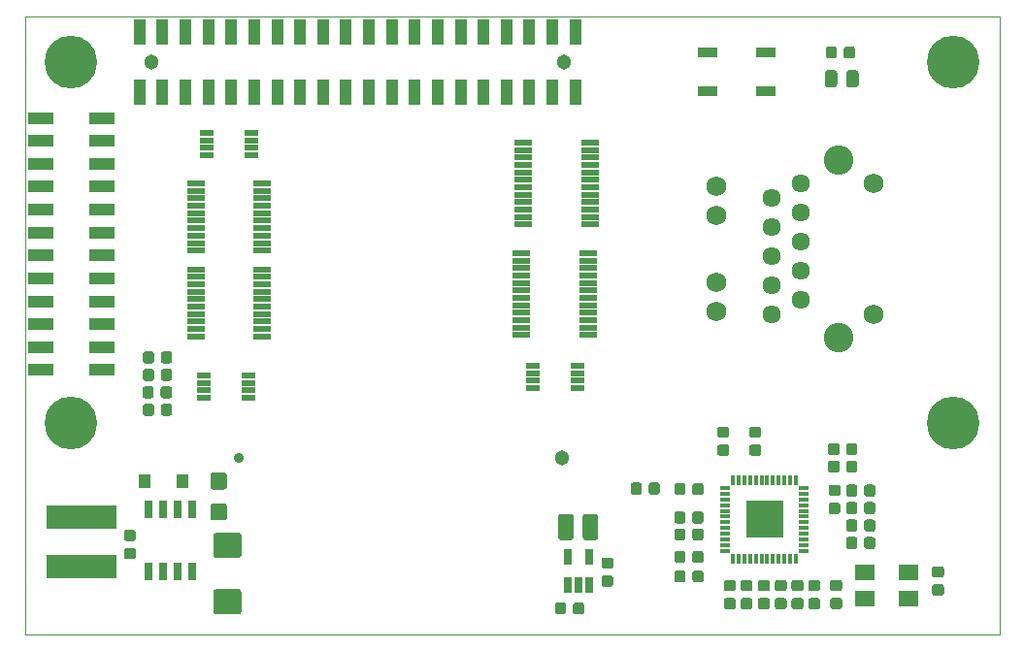
<source format=gbr>
G04 #@! TF.GenerationSoftware,KiCad,Pcbnew,5.1.5-52549c5~84~ubuntu18.04.1*
G04 #@! TF.CreationDate,2020-02-13T10:06:29-08:00*
G04 #@! TF.ProjectId,EthernetBoard,45746865-726e-4657-9442-6f6172642e6b,A*
G04 #@! TF.SameCoordinates,PX5f5e100PY5f5e100*
G04 #@! TF.FileFunction,Soldermask,Top*
G04 #@! TF.FilePolarity,Negative*
%FSLAX46Y46*%
G04 Gerber Fmt 4.6, Leading zero omitted, Abs format (unit mm)*
G04 Created by KiCad (PCBNEW 5.1.5-52549c5~84~ubuntu18.04.1) date 2020-02-13 10:06:29*
%MOMM*%
%LPD*%
G04 APERTURE LIST*
%ADD10C,0.100000*%
%ADD11C,2.576600*%
%ADD12C,1.726600*%
%ADD13C,1.751600*%
%ADD14C,1.610600*%
%ADD15C,0.150000*%
%ADD16R,3.201600X3.201600*%
%ADD17R,0.361600X0.941600*%
%ADD18R,0.941600X0.361600*%
%ADD19R,1.581600X0.511600*%
%ADD20R,2.201600X0.991600*%
%ADD21C,4.601600*%
%ADD22R,1.701600X1.401600*%
%ADD23R,1.201600X0.551600*%
%ADD24R,1.576600X0.551600*%
%ADD25R,0.635000X1.371600*%
%ADD26R,0.751600X1.629600*%
%ADD27R,1.801600X0.901600*%
%ADD28R,6.101600X2.111600*%
%ADD29R,1.001600X1.301600*%
%ADD30C,0.901600*%
%ADD31C,1.301600*%
%ADD32R,0.991600X2.201600*%
G04 APERTURE END LIST*
D10*
X0Y-54000000D02*
X84999492Y-54000000D01*
X84999492Y0D02*
X84999492Y-54000000D01*
X0Y-54000000D02*
X0Y0D01*
X0Y0D02*
X84999492Y0D01*
D11*
X70993500Y-12587500D03*
X70993500Y-28077500D03*
D12*
X74053500Y-14617500D03*
X74053500Y-26047500D03*
D13*
X60333500Y-25797500D03*
X60333500Y-23257500D03*
X60333500Y-17407500D03*
X60333500Y-14867500D03*
D14*
X65163500Y-26047500D03*
X67703500Y-24777500D03*
X65163500Y-23507500D03*
X67703500Y-22237500D03*
X65163500Y-20967500D03*
X67703500Y-19697500D03*
X65163500Y-18427500D03*
X67703500Y-17157500D03*
X65163500Y-15887500D03*
X67703500Y-14617500D03*
D15*
G36*
X64008581Y-35809376D02*
G01*
X64032281Y-35812891D01*
X64055523Y-35818713D01*
X64078082Y-35826785D01*
X64099742Y-35837029D01*
X64120292Y-35849347D01*
X64139537Y-35863619D01*
X64157290Y-35879710D01*
X64173381Y-35897463D01*
X64187653Y-35916708D01*
X64199971Y-35937258D01*
X64210215Y-35958918D01*
X64218287Y-35981477D01*
X64224109Y-36004719D01*
X64227624Y-36028419D01*
X64228800Y-36052350D01*
X64228800Y-36540650D01*
X64227624Y-36564581D01*
X64224109Y-36588281D01*
X64218287Y-36611523D01*
X64210215Y-36634082D01*
X64199971Y-36655742D01*
X64187653Y-36676292D01*
X64173381Y-36695537D01*
X64157290Y-36713290D01*
X64139537Y-36729381D01*
X64120292Y-36743653D01*
X64099742Y-36755971D01*
X64078082Y-36766215D01*
X64055523Y-36774287D01*
X64032281Y-36780109D01*
X64008581Y-36783624D01*
X63984650Y-36784800D01*
X63421350Y-36784800D01*
X63397419Y-36783624D01*
X63373719Y-36780109D01*
X63350477Y-36774287D01*
X63327918Y-36766215D01*
X63306258Y-36755971D01*
X63285708Y-36743653D01*
X63266463Y-36729381D01*
X63248710Y-36713290D01*
X63232619Y-36695537D01*
X63218347Y-36676292D01*
X63206029Y-36655742D01*
X63195785Y-36634082D01*
X63187713Y-36611523D01*
X63181891Y-36588281D01*
X63178376Y-36564581D01*
X63177200Y-36540650D01*
X63177200Y-36052350D01*
X63178376Y-36028419D01*
X63181891Y-36004719D01*
X63187713Y-35981477D01*
X63195785Y-35958918D01*
X63206029Y-35937258D01*
X63218347Y-35916708D01*
X63232619Y-35897463D01*
X63248710Y-35879710D01*
X63266463Y-35863619D01*
X63285708Y-35849347D01*
X63306258Y-35837029D01*
X63327918Y-35826785D01*
X63350477Y-35818713D01*
X63373719Y-35812891D01*
X63397419Y-35809376D01*
X63421350Y-35808200D01*
X63984650Y-35808200D01*
X64008581Y-35809376D01*
G37*
G36*
X64008581Y-37384376D02*
G01*
X64032281Y-37387891D01*
X64055523Y-37393713D01*
X64078082Y-37401785D01*
X64099742Y-37412029D01*
X64120292Y-37424347D01*
X64139537Y-37438619D01*
X64157290Y-37454710D01*
X64173381Y-37472463D01*
X64187653Y-37491708D01*
X64199971Y-37512258D01*
X64210215Y-37533918D01*
X64218287Y-37556477D01*
X64224109Y-37579719D01*
X64227624Y-37603419D01*
X64228800Y-37627350D01*
X64228800Y-38115650D01*
X64227624Y-38139581D01*
X64224109Y-38163281D01*
X64218287Y-38186523D01*
X64210215Y-38209082D01*
X64199971Y-38230742D01*
X64187653Y-38251292D01*
X64173381Y-38270537D01*
X64157290Y-38288290D01*
X64139537Y-38304381D01*
X64120292Y-38318653D01*
X64099742Y-38330971D01*
X64078082Y-38341215D01*
X64055523Y-38349287D01*
X64032281Y-38355109D01*
X64008581Y-38358624D01*
X63984650Y-38359800D01*
X63421350Y-38359800D01*
X63397419Y-38358624D01*
X63373719Y-38355109D01*
X63350477Y-38349287D01*
X63327918Y-38341215D01*
X63306258Y-38330971D01*
X63285708Y-38318653D01*
X63266463Y-38304381D01*
X63248710Y-38288290D01*
X63232619Y-38270537D01*
X63218347Y-38251292D01*
X63206029Y-38230742D01*
X63195785Y-38209082D01*
X63187713Y-38186523D01*
X63181891Y-38163281D01*
X63178376Y-38139581D01*
X63177200Y-38115650D01*
X63177200Y-37627350D01*
X63178376Y-37603419D01*
X63181891Y-37579719D01*
X63187713Y-37556477D01*
X63195785Y-37533918D01*
X63206029Y-37512258D01*
X63218347Y-37491708D01*
X63232619Y-37472463D01*
X63248710Y-37454710D01*
X63266463Y-37438619D01*
X63285708Y-37424347D01*
X63306258Y-37412029D01*
X63327918Y-37401785D01*
X63350477Y-37393713D01*
X63373719Y-37387891D01*
X63397419Y-37384376D01*
X63421350Y-37383200D01*
X63984650Y-37383200D01*
X64008581Y-37384376D01*
G37*
D16*
X64498200Y-43920600D03*
D17*
X61748200Y-40485600D03*
X62248200Y-40485600D03*
X62748200Y-40485600D03*
X63248200Y-40485600D03*
X63748200Y-40485600D03*
X64248200Y-40485600D03*
X64748200Y-40485600D03*
X65248200Y-40485600D03*
X65748200Y-40485600D03*
X66248200Y-40485600D03*
X66748200Y-40485600D03*
X67248200Y-40485600D03*
D18*
X67933200Y-41170600D03*
X67933200Y-41670600D03*
X67933200Y-42170600D03*
X67933200Y-42670600D03*
X67933200Y-43170600D03*
X67933200Y-43670600D03*
X67933200Y-44170600D03*
X67933200Y-44670600D03*
X67933200Y-45170600D03*
X67933200Y-45670600D03*
X67933200Y-46170600D03*
X67933200Y-46670600D03*
D17*
X67248200Y-47355600D03*
X66748200Y-47355600D03*
X66248200Y-47355600D03*
X65748200Y-47355600D03*
X65248200Y-47355600D03*
X64748200Y-47355600D03*
X64248200Y-47355600D03*
X63748200Y-47355600D03*
X63248200Y-47355600D03*
X62748200Y-47355600D03*
X62248200Y-47355600D03*
X61748200Y-47355600D03*
D18*
X61063200Y-46670600D03*
X61063200Y-46170600D03*
X61063200Y-45670600D03*
X61063200Y-45170600D03*
X61063200Y-44670600D03*
X61063200Y-44170600D03*
X61063200Y-43670600D03*
X61063200Y-43170600D03*
X61063200Y-42670600D03*
X61063200Y-42170600D03*
X61063200Y-41670600D03*
X61063200Y-41170600D03*
D19*
X14915000Y-20451000D03*
X14915000Y-19801000D03*
X14915000Y-19151000D03*
X14915000Y-18501000D03*
X14915000Y-17851000D03*
X14915000Y-17201000D03*
X14915000Y-16551000D03*
X14915000Y-15901000D03*
X14915000Y-15251000D03*
X14915000Y-14601000D03*
X20645000Y-14601000D03*
X20645000Y-15251000D03*
X20645000Y-15901000D03*
X20645000Y-16551000D03*
X20645000Y-17201000D03*
X20645000Y-17851000D03*
X20645000Y-18501000D03*
X20645000Y-19151000D03*
X20645000Y-19801000D03*
X20645000Y-20451000D03*
D20*
X6698000Y-30890000D03*
X6698000Y-28890000D03*
X6698000Y-26890000D03*
X6698000Y-24890000D03*
X6698000Y-22890000D03*
X6698000Y-20890000D03*
X6698000Y-18890000D03*
X6698000Y-16890000D03*
X6698000Y-14890000D03*
X6698000Y-12890000D03*
X1398000Y-30890000D03*
X1398000Y-28890000D03*
X1398000Y-26890000D03*
X1398000Y-24890000D03*
X1398000Y-22890000D03*
X1398000Y-20890000D03*
X1398000Y-18890000D03*
X1398000Y-16890000D03*
X1398000Y-14890000D03*
X1398000Y-8890000D03*
X6698000Y-8890000D03*
X6698000Y-10890000D03*
X1398000Y-10890000D03*
X1398000Y-12890000D03*
D15*
G36*
X79947081Y-49588876D02*
G01*
X79970781Y-49592391D01*
X79994023Y-49598213D01*
X80016582Y-49606285D01*
X80038242Y-49616529D01*
X80058792Y-49628847D01*
X80078037Y-49643119D01*
X80095790Y-49659210D01*
X80111881Y-49676963D01*
X80126153Y-49696208D01*
X80138471Y-49716758D01*
X80148715Y-49738418D01*
X80156787Y-49760977D01*
X80162609Y-49784219D01*
X80166124Y-49807919D01*
X80167300Y-49831850D01*
X80167300Y-50320150D01*
X80166124Y-50344081D01*
X80162609Y-50367781D01*
X80156787Y-50391023D01*
X80148715Y-50413582D01*
X80138471Y-50435242D01*
X80126153Y-50455792D01*
X80111881Y-50475037D01*
X80095790Y-50492790D01*
X80078037Y-50508881D01*
X80058792Y-50523153D01*
X80038242Y-50535471D01*
X80016582Y-50545715D01*
X79994023Y-50553787D01*
X79970781Y-50559609D01*
X79947081Y-50563124D01*
X79923150Y-50564300D01*
X79359850Y-50564300D01*
X79335919Y-50563124D01*
X79312219Y-50559609D01*
X79288977Y-50553787D01*
X79266418Y-50545715D01*
X79244758Y-50535471D01*
X79224208Y-50523153D01*
X79204963Y-50508881D01*
X79187210Y-50492790D01*
X79171119Y-50475037D01*
X79156847Y-50455792D01*
X79144529Y-50435242D01*
X79134285Y-50413582D01*
X79126213Y-50391023D01*
X79120391Y-50367781D01*
X79116876Y-50344081D01*
X79115700Y-50320150D01*
X79115700Y-49831850D01*
X79116876Y-49807919D01*
X79120391Y-49784219D01*
X79126213Y-49760977D01*
X79134285Y-49738418D01*
X79144529Y-49716758D01*
X79156847Y-49696208D01*
X79171119Y-49676963D01*
X79187210Y-49659210D01*
X79204963Y-49643119D01*
X79224208Y-49628847D01*
X79244758Y-49616529D01*
X79266418Y-49606285D01*
X79288977Y-49598213D01*
X79312219Y-49592391D01*
X79335919Y-49588876D01*
X79359850Y-49587700D01*
X79923150Y-49587700D01*
X79947081Y-49588876D01*
G37*
G36*
X79947081Y-48013876D02*
G01*
X79970781Y-48017391D01*
X79994023Y-48023213D01*
X80016582Y-48031285D01*
X80038242Y-48041529D01*
X80058792Y-48053847D01*
X80078037Y-48068119D01*
X80095790Y-48084210D01*
X80111881Y-48101963D01*
X80126153Y-48121208D01*
X80138471Y-48141758D01*
X80148715Y-48163418D01*
X80156787Y-48185977D01*
X80162609Y-48209219D01*
X80166124Y-48232919D01*
X80167300Y-48256850D01*
X80167300Y-48745150D01*
X80166124Y-48769081D01*
X80162609Y-48792781D01*
X80156787Y-48816023D01*
X80148715Y-48838582D01*
X80138471Y-48860242D01*
X80126153Y-48880792D01*
X80111881Y-48900037D01*
X80095790Y-48917790D01*
X80078037Y-48933881D01*
X80058792Y-48948153D01*
X80038242Y-48960471D01*
X80016582Y-48970715D01*
X79994023Y-48978787D01*
X79970781Y-48984609D01*
X79947081Y-48988124D01*
X79923150Y-48989300D01*
X79359850Y-48989300D01*
X79335919Y-48988124D01*
X79312219Y-48984609D01*
X79288977Y-48978787D01*
X79266418Y-48970715D01*
X79244758Y-48960471D01*
X79224208Y-48948153D01*
X79204963Y-48933881D01*
X79187210Y-48917790D01*
X79171119Y-48900037D01*
X79156847Y-48880792D01*
X79144529Y-48860242D01*
X79134285Y-48838582D01*
X79126213Y-48816023D01*
X79120391Y-48792781D01*
X79116876Y-48769081D01*
X79115700Y-48745150D01*
X79115700Y-48256850D01*
X79116876Y-48232919D01*
X79120391Y-48209219D01*
X79126213Y-48185977D01*
X79134285Y-48163418D01*
X79144529Y-48141758D01*
X79156847Y-48121208D01*
X79171119Y-48101963D01*
X79187210Y-48084210D01*
X79204963Y-48068119D01*
X79224208Y-48053847D01*
X79244758Y-48041529D01*
X79266418Y-48031285D01*
X79288977Y-48023213D01*
X79312219Y-48017391D01*
X79335919Y-48013876D01*
X79359850Y-48012700D01*
X79923150Y-48012700D01*
X79947081Y-48013876D01*
G37*
G36*
X71057081Y-49182376D02*
G01*
X71080781Y-49185891D01*
X71104023Y-49191713D01*
X71126582Y-49199785D01*
X71148242Y-49210029D01*
X71168792Y-49222347D01*
X71188037Y-49236619D01*
X71205790Y-49252710D01*
X71221881Y-49270463D01*
X71236153Y-49289708D01*
X71248471Y-49310258D01*
X71258715Y-49331918D01*
X71266787Y-49354477D01*
X71272609Y-49377719D01*
X71276124Y-49401419D01*
X71277300Y-49425350D01*
X71277300Y-49913650D01*
X71276124Y-49937581D01*
X71272609Y-49961281D01*
X71266787Y-49984523D01*
X71258715Y-50007082D01*
X71248471Y-50028742D01*
X71236153Y-50049292D01*
X71221881Y-50068537D01*
X71205790Y-50086290D01*
X71188037Y-50102381D01*
X71168792Y-50116653D01*
X71148242Y-50128971D01*
X71126582Y-50139215D01*
X71104023Y-50147287D01*
X71080781Y-50153109D01*
X71057081Y-50156624D01*
X71033150Y-50157800D01*
X70469850Y-50157800D01*
X70445919Y-50156624D01*
X70422219Y-50153109D01*
X70398977Y-50147287D01*
X70376418Y-50139215D01*
X70354758Y-50128971D01*
X70334208Y-50116653D01*
X70314963Y-50102381D01*
X70297210Y-50086290D01*
X70281119Y-50068537D01*
X70266847Y-50049292D01*
X70254529Y-50028742D01*
X70244285Y-50007082D01*
X70236213Y-49984523D01*
X70230391Y-49961281D01*
X70226876Y-49937581D01*
X70225700Y-49913650D01*
X70225700Y-49425350D01*
X70226876Y-49401419D01*
X70230391Y-49377719D01*
X70236213Y-49354477D01*
X70244285Y-49331918D01*
X70254529Y-49310258D01*
X70266847Y-49289708D01*
X70281119Y-49270463D01*
X70297210Y-49252710D01*
X70314963Y-49236619D01*
X70334208Y-49222347D01*
X70354758Y-49210029D01*
X70376418Y-49199785D01*
X70398977Y-49191713D01*
X70422219Y-49185891D01*
X70445919Y-49182376D01*
X70469850Y-49181200D01*
X71033150Y-49181200D01*
X71057081Y-49182376D01*
G37*
G36*
X71057081Y-50757376D02*
G01*
X71080781Y-50760891D01*
X71104023Y-50766713D01*
X71126582Y-50774785D01*
X71148242Y-50785029D01*
X71168792Y-50797347D01*
X71188037Y-50811619D01*
X71205790Y-50827710D01*
X71221881Y-50845463D01*
X71236153Y-50864708D01*
X71248471Y-50885258D01*
X71258715Y-50906918D01*
X71266787Y-50929477D01*
X71272609Y-50952719D01*
X71276124Y-50976419D01*
X71277300Y-51000350D01*
X71277300Y-51488650D01*
X71276124Y-51512581D01*
X71272609Y-51536281D01*
X71266787Y-51559523D01*
X71258715Y-51582082D01*
X71248471Y-51603742D01*
X71236153Y-51624292D01*
X71221881Y-51643537D01*
X71205790Y-51661290D01*
X71188037Y-51677381D01*
X71168792Y-51691653D01*
X71148242Y-51703971D01*
X71126582Y-51714215D01*
X71104023Y-51722287D01*
X71080781Y-51728109D01*
X71057081Y-51731624D01*
X71033150Y-51732800D01*
X70469850Y-51732800D01*
X70445919Y-51731624D01*
X70422219Y-51728109D01*
X70398977Y-51722287D01*
X70376418Y-51714215D01*
X70354758Y-51703971D01*
X70334208Y-51691653D01*
X70314963Y-51677381D01*
X70297210Y-51661290D01*
X70281119Y-51643537D01*
X70266847Y-51624292D01*
X70254529Y-51603742D01*
X70244285Y-51582082D01*
X70236213Y-51559523D01*
X70230391Y-51536281D01*
X70226876Y-51512581D01*
X70225700Y-51488650D01*
X70225700Y-51000350D01*
X70226876Y-50976419D01*
X70230391Y-50952719D01*
X70236213Y-50929477D01*
X70244285Y-50906918D01*
X70254529Y-50885258D01*
X70266847Y-50864708D01*
X70281119Y-50845463D01*
X70297210Y-50827710D01*
X70314963Y-50811619D01*
X70334208Y-50797347D01*
X70354758Y-50785029D01*
X70376418Y-50774785D01*
X70398977Y-50766713D01*
X70422219Y-50760891D01*
X70445919Y-50757376D01*
X70469850Y-50756200D01*
X71033150Y-50756200D01*
X71057081Y-50757376D01*
G37*
D21*
X81000000Y-35500000D03*
X4000000Y-35500000D03*
X81000000Y-4000000D03*
X4000000Y-4000000D03*
D22*
X73284000Y-48507000D03*
X77084000Y-48507000D03*
X77084000Y-50807000D03*
X73284000Y-50807000D03*
D23*
X15830000Y-12151000D03*
X15830000Y-11501000D03*
X15830000Y-10851000D03*
X15830000Y-10201000D03*
X19730000Y-10201000D03*
X19730000Y-10851000D03*
X19730000Y-11501000D03*
X19730000Y-12151000D03*
X48178000Y-30521000D03*
X48178000Y-31171000D03*
X48178000Y-31821000D03*
X48178000Y-32471000D03*
X44278000Y-32471000D03*
X44278000Y-31821000D03*
X44278000Y-31171000D03*
X44278000Y-30521000D03*
X15576000Y-33296500D03*
X15576000Y-32646500D03*
X15576000Y-31996500D03*
X15576000Y-31346500D03*
X19476000Y-31346500D03*
X19476000Y-31996500D03*
X19476000Y-32646500D03*
X19476000Y-33296500D03*
D19*
X14915000Y-27944000D03*
X14915000Y-27294000D03*
X14915000Y-26644000D03*
X14915000Y-25994000D03*
X14915000Y-25344000D03*
X14915000Y-24694000D03*
X14915000Y-24044000D03*
X14915000Y-23394000D03*
X14915000Y-22744000D03*
X14915000Y-22094000D03*
X20645000Y-22094000D03*
X20645000Y-22744000D03*
X20645000Y-23394000D03*
X20645000Y-24044000D03*
X20645000Y-24694000D03*
X20645000Y-25344000D03*
X20645000Y-25994000D03*
X20645000Y-26644000D03*
X20645000Y-27294000D03*
X20645000Y-27944000D03*
D24*
X49293000Y-11030000D03*
X49293000Y-11680000D03*
X49293000Y-12330000D03*
X49293000Y-12980000D03*
X49293000Y-13630000D03*
X49293000Y-14280000D03*
X49293000Y-14930000D03*
X49293000Y-15580000D03*
X49293000Y-16230000D03*
X49293000Y-16880000D03*
X49293000Y-17530000D03*
X49293000Y-18180000D03*
X43417000Y-18180000D03*
X43417000Y-17530000D03*
X43417000Y-16880000D03*
X43417000Y-16230000D03*
X43417000Y-15580000D03*
X43417000Y-14930000D03*
X43417000Y-14280000D03*
X43417000Y-13630000D03*
X43417000Y-12980000D03*
X43417000Y-12330000D03*
X43417000Y-11680000D03*
X43417000Y-11030000D03*
X49166000Y-20682000D03*
X49166000Y-21332000D03*
X49166000Y-21982000D03*
X49166000Y-22632000D03*
X49166000Y-23282000D03*
X49166000Y-23932000D03*
X49166000Y-24582000D03*
X49166000Y-25232000D03*
X49166000Y-25882000D03*
X49166000Y-26532000D03*
X49166000Y-27182000D03*
X49166000Y-27832000D03*
X43290000Y-27832000D03*
X43290000Y-27182000D03*
X43290000Y-26532000D03*
X43290000Y-25882000D03*
X43290000Y-25232000D03*
X43290000Y-24582000D03*
X43290000Y-23932000D03*
X43290000Y-23282000D03*
X43290000Y-22632000D03*
X43290000Y-21982000D03*
X43290000Y-21332000D03*
X43290000Y-20682000D03*
D15*
G36*
X12612581Y-29256876D02*
G01*
X12636281Y-29260391D01*
X12659523Y-29266213D01*
X12682082Y-29274285D01*
X12703742Y-29284529D01*
X12724292Y-29296847D01*
X12743537Y-29311119D01*
X12761290Y-29327210D01*
X12777381Y-29344963D01*
X12791653Y-29364208D01*
X12803971Y-29384758D01*
X12814215Y-29406418D01*
X12822287Y-29428977D01*
X12828109Y-29452219D01*
X12831624Y-29475919D01*
X12832800Y-29499850D01*
X12832800Y-30063150D01*
X12831624Y-30087081D01*
X12828109Y-30110781D01*
X12822287Y-30134023D01*
X12814215Y-30156582D01*
X12803971Y-30178242D01*
X12791653Y-30198792D01*
X12777381Y-30218037D01*
X12761290Y-30235790D01*
X12743537Y-30251881D01*
X12724292Y-30266153D01*
X12703742Y-30278471D01*
X12682082Y-30288715D01*
X12659523Y-30296787D01*
X12636281Y-30302609D01*
X12612581Y-30306124D01*
X12588650Y-30307300D01*
X12100350Y-30307300D01*
X12076419Y-30306124D01*
X12052719Y-30302609D01*
X12029477Y-30296787D01*
X12006918Y-30288715D01*
X11985258Y-30278471D01*
X11964708Y-30266153D01*
X11945463Y-30251881D01*
X11927710Y-30235790D01*
X11911619Y-30218037D01*
X11897347Y-30198792D01*
X11885029Y-30178242D01*
X11874785Y-30156582D01*
X11866713Y-30134023D01*
X11860891Y-30110781D01*
X11857376Y-30087081D01*
X11856200Y-30063150D01*
X11856200Y-29499850D01*
X11857376Y-29475919D01*
X11860891Y-29452219D01*
X11866713Y-29428977D01*
X11874785Y-29406418D01*
X11885029Y-29384758D01*
X11897347Y-29364208D01*
X11911619Y-29344963D01*
X11927710Y-29327210D01*
X11945463Y-29311119D01*
X11964708Y-29296847D01*
X11985258Y-29284529D01*
X12006918Y-29274285D01*
X12029477Y-29266213D01*
X12052719Y-29260391D01*
X12076419Y-29256876D01*
X12100350Y-29255700D01*
X12588650Y-29255700D01*
X12612581Y-29256876D01*
G37*
G36*
X11037581Y-29256876D02*
G01*
X11061281Y-29260391D01*
X11084523Y-29266213D01*
X11107082Y-29274285D01*
X11128742Y-29284529D01*
X11149292Y-29296847D01*
X11168537Y-29311119D01*
X11186290Y-29327210D01*
X11202381Y-29344963D01*
X11216653Y-29364208D01*
X11228971Y-29384758D01*
X11239215Y-29406418D01*
X11247287Y-29428977D01*
X11253109Y-29452219D01*
X11256624Y-29475919D01*
X11257800Y-29499850D01*
X11257800Y-30063150D01*
X11256624Y-30087081D01*
X11253109Y-30110781D01*
X11247287Y-30134023D01*
X11239215Y-30156582D01*
X11228971Y-30178242D01*
X11216653Y-30198792D01*
X11202381Y-30218037D01*
X11186290Y-30235790D01*
X11168537Y-30251881D01*
X11149292Y-30266153D01*
X11128742Y-30278471D01*
X11107082Y-30288715D01*
X11084523Y-30296787D01*
X11061281Y-30302609D01*
X11037581Y-30306124D01*
X11013650Y-30307300D01*
X10525350Y-30307300D01*
X10501419Y-30306124D01*
X10477719Y-30302609D01*
X10454477Y-30296787D01*
X10431918Y-30288715D01*
X10410258Y-30278471D01*
X10389708Y-30266153D01*
X10370463Y-30251881D01*
X10352710Y-30235790D01*
X10336619Y-30218037D01*
X10322347Y-30198792D01*
X10310029Y-30178242D01*
X10299785Y-30156582D01*
X10291713Y-30134023D01*
X10285891Y-30110781D01*
X10282376Y-30087081D01*
X10281200Y-30063150D01*
X10281200Y-29499850D01*
X10282376Y-29475919D01*
X10285891Y-29452219D01*
X10291713Y-29428977D01*
X10299785Y-29406418D01*
X10310029Y-29384758D01*
X10322347Y-29364208D01*
X10336619Y-29344963D01*
X10352710Y-29327210D01*
X10370463Y-29311119D01*
X10389708Y-29296847D01*
X10410258Y-29284529D01*
X10431918Y-29274285D01*
X10454477Y-29266213D01*
X10477719Y-29260391D01*
X10501419Y-29256876D01*
X10525350Y-29255700D01*
X11013650Y-29255700D01*
X11037581Y-29256876D01*
G37*
G36*
X11037581Y-30780876D02*
G01*
X11061281Y-30784391D01*
X11084523Y-30790213D01*
X11107082Y-30798285D01*
X11128742Y-30808529D01*
X11149292Y-30820847D01*
X11168537Y-30835119D01*
X11186290Y-30851210D01*
X11202381Y-30868963D01*
X11216653Y-30888208D01*
X11228971Y-30908758D01*
X11239215Y-30930418D01*
X11247287Y-30952977D01*
X11253109Y-30976219D01*
X11256624Y-30999919D01*
X11257800Y-31023850D01*
X11257800Y-31587150D01*
X11256624Y-31611081D01*
X11253109Y-31634781D01*
X11247287Y-31658023D01*
X11239215Y-31680582D01*
X11228971Y-31702242D01*
X11216653Y-31722792D01*
X11202381Y-31742037D01*
X11186290Y-31759790D01*
X11168537Y-31775881D01*
X11149292Y-31790153D01*
X11128742Y-31802471D01*
X11107082Y-31812715D01*
X11084523Y-31820787D01*
X11061281Y-31826609D01*
X11037581Y-31830124D01*
X11013650Y-31831300D01*
X10525350Y-31831300D01*
X10501419Y-31830124D01*
X10477719Y-31826609D01*
X10454477Y-31820787D01*
X10431918Y-31812715D01*
X10410258Y-31802471D01*
X10389708Y-31790153D01*
X10370463Y-31775881D01*
X10352710Y-31759790D01*
X10336619Y-31742037D01*
X10322347Y-31722792D01*
X10310029Y-31702242D01*
X10299785Y-31680582D01*
X10291713Y-31658023D01*
X10285891Y-31634781D01*
X10282376Y-31611081D01*
X10281200Y-31587150D01*
X10281200Y-31023850D01*
X10282376Y-30999919D01*
X10285891Y-30976219D01*
X10291713Y-30952977D01*
X10299785Y-30930418D01*
X10310029Y-30908758D01*
X10322347Y-30888208D01*
X10336619Y-30868963D01*
X10352710Y-30851210D01*
X10370463Y-30835119D01*
X10389708Y-30820847D01*
X10410258Y-30808529D01*
X10431918Y-30798285D01*
X10454477Y-30790213D01*
X10477719Y-30784391D01*
X10501419Y-30780876D01*
X10525350Y-30779700D01*
X11013650Y-30779700D01*
X11037581Y-30780876D01*
G37*
G36*
X12612581Y-30780876D02*
G01*
X12636281Y-30784391D01*
X12659523Y-30790213D01*
X12682082Y-30798285D01*
X12703742Y-30808529D01*
X12724292Y-30820847D01*
X12743537Y-30835119D01*
X12761290Y-30851210D01*
X12777381Y-30868963D01*
X12791653Y-30888208D01*
X12803971Y-30908758D01*
X12814215Y-30930418D01*
X12822287Y-30952977D01*
X12828109Y-30976219D01*
X12831624Y-30999919D01*
X12832800Y-31023850D01*
X12832800Y-31587150D01*
X12831624Y-31611081D01*
X12828109Y-31634781D01*
X12822287Y-31658023D01*
X12814215Y-31680582D01*
X12803971Y-31702242D01*
X12791653Y-31722792D01*
X12777381Y-31742037D01*
X12761290Y-31759790D01*
X12743537Y-31775881D01*
X12724292Y-31790153D01*
X12703742Y-31802471D01*
X12682082Y-31812715D01*
X12659523Y-31820787D01*
X12636281Y-31826609D01*
X12612581Y-31830124D01*
X12588650Y-31831300D01*
X12100350Y-31831300D01*
X12076419Y-31830124D01*
X12052719Y-31826609D01*
X12029477Y-31820787D01*
X12006918Y-31812715D01*
X11985258Y-31802471D01*
X11964708Y-31790153D01*
X11945463Y-31775881D01*
X11927710Y-31759790D01*
X11911619Y-31742037D01*
X11897347Y-31722792D01*
X11885029Y-31702242D01*
X11874785Y-31680582D01*
X11866713Y-31658023D01*
X11860891Y-31634781D01*
X11857376Y-31611081D01*
X11856200Y-31587150D01*
X11856200Y-31023850D01*
X11857376Y-30999919D01*
X11860891Y-30976219D01*
X11866713Y-30952977D01*
X11874785Y-30930418D01*
X11885029Y-30908758D01*
X11897347Y-30888208D01*
X11911619Y-30868963D01*
X11927710Y-30851210D01*
X11945463Y-30835119D01*
X11964708Y-30820847D01*
X11985258Y-30808529D01*
X12006918Y-30798285D01*
X12029477Y-30790213D01*
X12052719Y-30784391D01*
X12076419Y-30780876D01*
X12100350Y-30779700D01*
X12588650Y-30779700D01*
X12612581Y-30780876D01*
G37*
G36*
X12612581Y-33828876D02*
G01*
X12636281Y-33832391D01*
X12659523Y-33838213D01*
X12682082Y-33846285D01*
X12703742Y-33856529D01*
X12724292Y-33868847D01*
X12743537Y-33883119D01*
X12761290Y-33899210D01*
X12777381Y-33916963D01*
X12791653Y-33936208D01*
X12803971Y-33956758D01*
X12814215Y-33978418D01*
X12822287Y-34000977D01*
X12828109Y-34024219D01*
X12831624Y-34047919D01*
X12832800Y-34071850D01*
X12832800Y-34635150D01*
X12831624Y-34659081D01*
X12828109Y-34682781D01*
X12822287Y-34706023D01*
X12814215Y-34728582D01*
X12803971Y-34750242D01*
X12791653Y-34770792D01*
X12777381Y-34790037D01*
X12761290Y-34807790D01*
X12743537Y-34823881D01*
X12724292Y-34838153D01*
X12703742Y-34850471D01*
X12682082Y-34860715D01*
X12659523Y-34868787D01*
X12636281Y-34874609D01*
X12612581Y-34878124D01*
X12588650Y-34879300D01*
X12100350Y-34879300D01*
X12076419Y-34878124D01*
X12052719Y-34874609D01*
X12029477Y-34868787D01*
X12006918Y-34860715D01*
X11985258Y-34850471D01*
X11964708Y-34838153D01*
X11945463Y-34823881D01*
X11927710Y-34807790D01*
X11911619Y-34790037D01*
X11897347Y-34770792D01*
X11885029Y-34750242D01*
X11874785Y-34728582D01*
X11866713Y-34706023D01*
X11860891Y-34682781D01*
X11857376Y-34659081D01*
X11856200Y-34635150D01*
X11856200Y-34071850D01*
X11857376Y-34047919D01*
X11860891Y-34024219D01*
X11866713Y-34000977D01*
X11874785Y-33978418D01*
X11885029Y-33956758D01*
X11897347Y-33936208D01*
X11911619Y-33916963D01*
X11927710Y-33899210D01*
X11945463Y-33883119D01*
X11964708Y-33868847D01*
X11985258Y-33856529D01*
X12006918Y-33846285D01*
X12029477Y-33838213D01*
X12052719Y-33832391D01*
X12076419Y-33828876D01*
X12100350Y-33827700D01*
X12588650Y-33827700D01*
X12612581Y-33828876D01*
G37*
G36*
X11037581Y-33828876D02*
G01*
X11061281Y-33832391D01*
X11084523Y-33838213D01*
X11107082Y-33846285D01*
X11128742Y-33856529D01*
X11149292Y-33868847D01*
X11168537Y-33883119D01*
X11186290Y-33899210D01*
X11202381Y-33916963D01*
X11216653Y-33936208D01*
X11228971Y-33956758D01*
X11239215Y-33978418D01*
X11247287Y-34000977D01*
X11253109Y-34024219D01*
X11256624Y-34047919D01*
X11257800Y-34071850D01*
X11257800Y-34635150D01*
X11256624Y-34659081D01*
X11253109Y-34682781D01*
X11247287Y-34706023D01*
X11239215Y-34728582D01*
X11228971Y-34750242D01*
X11216653Y-34770792D01*
X11202381Y-34790037D01*
X11186290Y-34807790D01*
X11168537Y-34823881D01*
X11149292Y-34838153D01*
X11128742Y-34850471D01*
X11107082Y-34860715D01*
X11084523Y-34868787D01*
X11061281Y-34874609D01*
X11037581Y-34878124D01*
X11013650Y-34879300D01*
X10525350Y-34879300D01*
X10501419Y-34878124D01*
X10477719Y-34874609D01*
X10454477Y-34868787D01*
X10431918Y-34860715D01*
X10410258Y-34850471D01*
X10389708Y-34838153D01*
X10370463Y-34823881D01*
X10352710Y-34807790D01*
X10336619Y-34790037D01*
X10322347Y-34770792D01*
X10310029Y-34750242D01*
X10299785Y-34728582D01*
X10291713Y-34706023D01*
X10285891Y-34682781D01*
X10282376Y-34659081D01*
X10281200Y-34635150D01*
X10281200Y-34071850D01*
X10282376Y-34047919D01*
X10285891Y-34024219D01*
X10291713Y-34000977D01*
X10299785Y-33978418D01*
X10310029Y-33956758D01*
X10322347Y-33936208D01*
X10336619Y-33916963D01*
X10352710Y-33899210D01*
X10370463Y-33883119D01*
X10389708Y-33868847D01*
X10410258Y-33856529D01*
X10431918Y-33846285D01*
X10454477Y-33838213D01*
X10477719Y-33832391D01*
X10501419Y-33828876D01*
X10525350Y-33827700D01*
X11013650Y-33827700D01*
X11037581Y-33828876D01*
G37*
G36*
X11012081Y-32304876D02*
G01*
X11035781Y-32308391D01*
X11059023Y-32314213D01*
X11081582Y-32322285D01*
X11103242Y-32332529D01*
X11123792Y-32344847D01*
X11143037Y-32359119D01*
X11160790Y-32375210D01*
X11176881Y-32392963D01*
X11191153Y-32412208D01*
X11203471Y-32432758D01*
X11213715Y-32454418D01*
X11221787Y-32476977D01*
X11227609Y-32500219D01*
X11231124Y-32523919D01*
X11232300Y-32547850D01*
X11232300Y-33111150D01*
X11231124Y-33135081D01*
X11227609Y-33158781D01*
X11221787Y-33182023D01*
X11213715Y-33204582D01*
X11203471Y-33226242D01*
X11191153Y-33246792D01*
X11176881Y-33266037D01*
X11160790Y-33283790D01*
X11143037Y-33299881D01*
X11123792Y-33314153D01*
X11103242Y-33326471D01*
X11081582Y-33336715D01*
X11059023Y-33344787D01*
X11035781Y-33350609D01*
X11012081Y-33354124D01*
X10988150Y-33355300D01*
X10499850Y-33355300D01*
X10475919Y-33354124D01*
X10452219Y-33350609D01*
X10428977Y-33344787D01*
X10406418Y-33336715D01*
X10384758Y-33326471D01*
X10364208Y-33314153D01*
X10344963Y-33299881D01*
X10327210Y-33283790D01*
X10311119Y-33266037D01*
X10296847Y-33246792D01*
X10284529Y-33226242D01*
X10274285Y-33204582D01*
X10266213Y-33182023D01*
X10260391Y-33158781D01*
X10256876Y-33135081D01*
X10255700Y-33111150D01*
X10255700Y-32547850D01*
X10256876Y-32523919D01*
X10260391Y-32500219D01*
X10266213Y-32476977D01*
X10274285Y-32454418D01*
X10284529Y-32432758D01*
X10296847Y-32412208D01*
X10311119Y-32392963D01*
X10327210Y-32375210D01*
X10344963Y-32359119D01*
X10364208Y-32344847D01*
X10384758Y-32332529D01*
X10406418Y-32322285D01*
X10428977Y-32314213D01*
X10452219Y-32308391D01*
X10475919Y-32304876D01*
X10499850Y-32303700D01*
X10988150Y-32303700D01*
X11012081Y-32304876D01*
G37*
G36*
X12587081Y-32304876D02*
G01*
X12610781Y-32308391D01*
X12634023Y-32314213D01*
X12656582Y-32322285D01*
X12678242Y-32332529D01*
X12698792Y-32344847D01*
X12718037Y-32359119D01*
X12735790Y-32375210D01*
X12751881Y-32392963D01*
X12766153Y-32412208D01*
X12778471Y-32432758D01*
X12788715Y-32454418D01*
X12796787Y-32476977D01*
X12802609Y-32500219D01*
X12806124Y-32523919D01*
X12807300Y-32547850D01*
X12807300Y-33111150D01*
X12806124Y-33135081D01*
X12802609Y-33158781D01*
X12796787Y-33182023D01*
X12788715Y-33204582D01*
X12778471Y-33226242D01*
X12766153Y-33246792D01*
X12751881Y-33266037D01*
X12735790Y-33283790D01*
X12718037Y-33299881D01*
X12698792Y-33314153D01*
X12678242Y-33326471D01*
X12656582Y-33336715D01*
X12634023Y-33344787D01*
X12610781Y-33350609D01*
X12587081Y-33354124D01*
X12563150Y-33355300D01*
X12074850Y-33355300D01*
X12050919Y-33354124D01*
X12027219Y-33350609D01*
X12003977Y-33344787D01*
X11981418Y-33336715D01*
X11959758Y-33326471D01*
X11939208Y-33314153D01*
X11919963Y-33299881D01*
X11902210Y-33283790D01*
X11886119Y-33266037D01*
X11871847Y-33246792D01*
X11859529Y-33226242D01*
X11849285Y-33204582D01*
X11841213Y-33182023D01*
X11835391Y-33158781D01*
X11831876Y-33135081D01*
X11830700Y-33111150D01*
X11830700Y-32547850D01*
X11831876Y-32523919D01*
X11835391Y-32500219D01*
X11841213Y-32476977D01*
X11849285Y-32454418D01*
X11859529Y-32432758D01*
X11871847Y-32412208D01*
X11886119Y-32392963D01*
X11902210Y-32375210D01*
X11919963Y-32359119D01*
X11939208Y-32344847D01*
X11959758Y-32332529D01*
X11981418Y-32322285D01*
X12003977Y-32314213D01*
X12027219Y-32308391D01*
X12050919Y-32304876D01*
X12074850Y-32303700D01*
X12563150Y-32303700D01*
X12587081Y-32304876D01*
G37*
G36*
X72175581Y-2650376D02*
G01*
X72199281Y-2653891D01*
X72222523Y-2659713D01*
X72245082Y-2667785D01*
X72266742Y-2678029D01*
X72287292Y-2690347D01*
X72306537Y-2704619D01*
X72324290Y-2720710D01*
X72340381Y-2738463D01*
X72354653Y-2757708D01*
X72366971Y-2778258D01*
X72377215Y-2799918D01*
X72385287Y-2822477D01*
X72391109Y-2845719D01*
X72394624Y-2869419D01*
X72395800Y-2893350D01*
X72395800Y-3456650D01*
X72394624Y-3480581D01*
X72391109Y-3504281D01*
X72385287Y-3527523D01*
X72377215Y-3550082D01*
X72366971Y-3571742D01*
X72354653Y-3592292D01*
X72340381Y-3611537D01*
X72324290Y-3629290D01*
X72306537Y-3645381D01*
X72287292Y-3659653D01*
X72266742Y-3671971D01*
X72245082Y-3682215D01*
X72222523Y-3690287D01*
X72199281Y-3696109D01*
X72175581Y-3699624D01*
X72151650Y-3700800D01*
X71663350Y-3700800D01*
X71639419Y-3699624D01*
X71615719Y-3696109D01*
X71592477Y-3690287D01*
X71569918Y-3682215D01*
X71548258Y-3671971D01*
X71527708Y-3659653D01*
X71508463Y-3645381D01*
X71490710Y-3629290D01*
X71474619Y-3611537D01*
X71460347Y-3592292D01*
X71448029Y-3571742D01*
X71437785Y-3550082D01*
X71429713Y-3527523D01*
X71423891Y-3504281D01*
X71420376Y-3480581D01*
X71419200Y-3456650D01*
X71419200Y-2893350D01*
X71420376Y-2869419D01*
X71423891Y-2845719D01*
X71429713Y-2822477D01*
X71437785Y-2799918D01*
X71448029Y-2778258D01*
X71460347Y-2757708D01*
X71474619Y-2738463D01*
X71490710Y-2720710D01*
X71508463Y-2704619D01*
X71527708Y-2690347D01*
X71548258Y-2678029D01*
X71569918Y-2667785D01*
X71592477Y-2659713D01*
X71615719Y-2653891D01*
X71639419Y-2650376D01*
X71663350Y-2649200D01*
X72151650Y-2649200D01*
X72175581Y-2650376D01*
G37*
G36*
X70600581Y-2650376D02*
G01*
X70624281Y-2653891D01*
X70647523Y-2659713D01*
X70670082Y-2667785D01*
X70691742Y-2678029D01*
X70712292Y-2690347D01*
X70731537Y-2704619D01*
X70749290Y-2720710D01*
X70765381Y-2738463D01*
X70779653Y-2757708D01*
X70791971Y-2778258D01*
X70802215Y-2799918D01*
X70810287Y-2822477D01*
X70816109Y-2845719D01*
X70819624Y-2869419D01*
X70820800Y-2893350D01*
X70820800Y-3456650D01*
X70819624Y-3480581D01*
X70816109Y-3504281D01*
X70810287Y-3527523D01*
X70802215Y-3550082D01*
X70791971Y-3571742D01*
X70779653Y-3592292D01*
X70765381Y-3611537D01*
X70749290Y-3629290D01*
X70731537Y-3645381D01*
X70712292Y-3659653D01*
X70691742Y-3671971D01*
X70670082Y-3682215D01*
X70647523Y-3690287D01*
X70624281Y-3696109D01*
X70600581Y-3699624D01*
X70576650Y-3700800D01*
X70088350Y-3700800D01*
X70064419Y-3699624D01*
X70040719Y-3696109D01*
X70017477Y-3690287D01*
X69994918Y-3682215D01*
X69973258Y-3671971D01*
X69952708Y-3659653D01*
X69933463Y-3645381D01*
X69915710Y-3629290D01*
X69899619Y-3611537D01*
X69885347Y-3592292D01*
X69873029Y-3571742D01*
X69862785Y-3550082D01*
X69854713Y-3527523D01*
X69848891Y-3504281D01*
X69845376Y-3480581D01*
X69844200Y-3456650D01*
X69844200Y-2893350D01*
X69845376Y-2869419D01*
X69848891Y-2845719D01*
X69854713Y-2822477D01*
X69862785Y-2799918D01*
X69873029Y-2778258D01*
X69885347Y-2757708D01*
X69899619Y-2738463D01*
X69915710Y-2720710D01*
X69933463Y-2704619D01*
X69952708Y-2690347D01*
X69973258Y-2678029D01*
X69994918Y-2667785D01*
X70017477Y-2659713D01*
X70040719Y-2653891D01*
X70064419Y-2650376D01*
X70088350Y-2649200D01*
X70576650Y-2649200D01*
X70600581Y-2650376D01*
G37*
G36*
X72480031Y-4711496D02*
G01*
X72506159Y-4715372D01*
X72531780Y-4721790D01*
X72556649Y-4730688D01*
X72580526Y-4741981D01*
X72603182Y-4755560D01*
X72624397Y-4771294D01*
X72643968Y-4789032D01*
X72661706Y-4808603D01*
X72677440Y-4829818D01*
X72691019Y-4852474D01*
X72702312Y-4876351D01*
X72711210Y-4901220D01*
X72717628Y-4926841D01*
X72721504Y-4952969D01*
X72722800Y-4979350D01*
X72722800Y-5942650D01*
X72721504Y-5969031D01*
X72717628Y-5995159D01*
X72711210Y-6020780D01*
X72702312Y-6045649D01*
X72691019Y-6069526D01*
X72677440Y-6092182D01*
X72661706Y-6113397D01*
X72643968Y-6132968D01*
X72624397Y-6150706D01*
X72603182Y-6166440D01*
X72580526Y-6180019D01*
X72556649Y-6191312D01*
X72531780Y-6200210D01*
X72506159Y-6206628D01*
X72480031Y-6210504D01*
X72453650Y-6211800D01*
X71915350Y-6211800D01*
X71888969Y-6210504D01*
X71862841Y-6206628D01*
X71837220Y-6200210D01*
X71812351Y-6191312D01*
X71788474Y-6180019D01*
X71765818Y-6166440D01*
X71744603Y-6150706D01*
X71725032Y-6132968D01*
X71707294Y-6113397D01*
X71691560Y-6092182D01*
X71677981Y-6069526D01*
X71666688Y-6045649D01*
X71657790Y-6020780D01*
X71651372Y-5995159D01*
X71647496Y-5969031D01*
X71646200Y-5942650D01*
X71646200Y-4979350D01*
X71647496Y-4952969D01*
X71651372Y-4926841D01*
X71657790Y-4901220D01*
X71666688Y-4876351D01*
X71677981Y-4852474D01*
X71691560Y-4829818D01*
X71707294Y-4808603D01*
X71725032Y-4789032D01*
X71744603Y-4771294D01*
X71765818Y-4755560D01*
X71788474Y-4741981D01*
X71812351Y-4730688D01*
X71837220Y-4721790D01*
X71862841Y-4715372D01*
X71888969Y-4711496D01*
X71915350Y-4710200D01*
X72453650Y-4710200D01*
X72480031Y-4711496D01*
G37*
G36*
X70605031Y-4711496D02*
G01*
X70631159Y-4715372D01*
X70656780Y-4721790D01*
X70681649Y-4730688D01*
X70705526Y-4741981D01*
X70728182Y-4755560D01*
X70749397Y-4771294D01*
X70768968Y-4789032D01*
X70786706Y-4808603D01*
X70802440Y-4829818D01*
X70816019Y-4852474D01*
X70827312Y-4876351D01*
X70836210Y-4901220D01*
X70842628Y-4926841D01*
X70846504Y-4952969D01*
X70847800Y-4979350D01*
X70847800Y-5942650D01*
X70846504Y-5969031D01*
X70842628Y-5995159D01*
X70836210Y-6020780D01*
X70827312Y-6045649D01*
X70816019Y-6069526D01*
X70802440Y-6092182D01*
X70786706Y-6113397D01*
X70768968Y-6132968D01*
X70749397Y-6150706D01*
X70728182Y-6166440D01*
X70705526Y-6180019D01*
X70681649Y-6191312D01*
X70656780Y-6200210D01*
X70631159Y-6206628D01*
X70605031Y-6210504D01*
X70578650Y-6211800D01*
X70040350Y-6211800D01*
X70013969Y-6210504D01*
X69987841Y-6206628D01*
X69962220Y-6200210D01*
X69937351Y-6191312D01*
X69913474Y-6180019D01*
X69890818Y-6166440D01*
X69869603Y-6150706D01*
X69850032Y-6132968D01*
X69832294Y-6113397D01*
X69816560Y-6092182D01*
X69802981Y-6069526D01*
X69791688Y-6045649D01*
X69782790Y-6020780D01*
X69776372Y-5995159D01*
X69772496Y-5969031D01*
X69771200Y-5942650D01*
X69771200Y-4979350D01*
X69772496Y-4952969D01*
X69776372Y-4926841D01*
X69782790Y-4901220D01*
X69791688Y-4876351D01*
X69802981Y-4852474D01*
X69816560Y-4829818D01*
X69832294Y-4808603D01*
X69850032Y-4789032D01*
X69869603Y-4771294D01*
X69890818Y-4755560D01*
X69913474Y-4741981D01*
X69937351Y-4730688D01*
X69962220Y-4721790D01*
X69987841Y-4715372D01*
X70013969Y-4711496D01*
X70040350Y-4710200D01*
X70578650Y-4710200D01*
X70605031Y-4711496D01*
G37*
D25*
X47320200Y-47167800D03*
X49199800Y-47167800D03*
X49199800Y-49606200D03*
X48260000Y-49606200D03*
X47320200Y-49606200D03*
D26*
X10795000Y-43009000D03*
X12065000Y-43009000D03*
X13335000Y-43009000D03*
X14605000Y-43009000D03*
X14605000Y-48431000D03*
X13335000Y-48431000D03*
X12065000Y-48431000D03*
X10795000Y-48431000D03*
D27*
X59512000Y-6538500D03*
X59512000Y-3138500D03*
X64655500Y-6538500D03*
X64655500Y-3138500D03*
D15*
G36*
X69152081Y-50782876D02*
G01*
X69175781Y-50786391D01*
X69199023Y-50792213D01*
X69221582Y-50800285D01*
X69243242Y-50810529D01*
X69263792Y-50822847D01*
X69283037Y-50837119D01*
X69300790Y-50853210D01*
X69316881Y-50870963D01*
X69331153Y-50890208D01*
X69343471Y-50910758D01*
X69353715Y-50932418D01*
X69361787Y-50954977D01*
X69367609Y-50978219D01*
X69371124Y-51001919D01*
X69372300Y-51025850D01*
X69372300Y-51514150D01*
X69371124Y-51538081D01*
X69367609Y-51561781D01*
X69361787Y-51585023D01*
X69353715Y-51607582D01*
X69343471Y-51629242D01*
X69331153Y-51649792D01*
X69316881Y-51669037D01*
X69300790Y-51686790D01*
X69283037Y-51702881D01*
X69263792Y-51717153D01*
X69243242Y-51729471D01*
X69221582Y-51739715D01*
X69199023Y-51747787D01*
X69175781Y-51753609D01*
X69152081Y-51757124D01*
X69128150Y-51758300D01*
X68564850Y-51758300D01*
X68540919Y-51757124D01*
X68517219Y-51753609D01*
X68493977Y-51747787D01*
X68471418Y-51739715D01*
X68449758Y-51729471D01*
X68429208Y-51717153D01*
X68409963Y-51702881D01*
X68392210Y-51686790D01*
X68376119Y-51669037D01*
X68361847Y-51649792D01*
X68349529Y-51629242D01*
X68339285Y-51607582D01*
X68331213Y-51585023D01*
X68325391Y-51561781D01*
X68321876Y-51538081D01*
X68320700Y-51514150D01*
X68320700Y-51025850D01*
X68321876Y-51001919D01*
X68325391Y-50978219D01*
X68331213Y-50954977D01*
X68339285Y-50932418D01*
X68349529Y-50910758D01*
X68361847Y-50890208D01*
X68376119Y-50870963D01*
X68392210Y-50853210D01*
X68409963Y-50837119D01*
X68429208Y-50822847D01*
X68449758Y-50810529D01*
X68471418Y-50800285D01*
X68493977Y-50792213D01*
X68517219Y-50786391D01*
X68540919Y-50782876D01*
X68564850Y-50781700D01*
X69128150Y-50781700D01*
X69152081Y-50782876D01*
G37*
G36*
X69152081Y-49207876D02*
G01*
X69175781Y-49211391D01*
X69199023Y-49217213D01*
X69221582Y-49225285D01*
X69243242Y-49235529D01*
X69263792Y-49247847D01*
X69283037Y-49262119D01*
X69300790Y-49278210D01*
X69316881Y-49295963D01*
X69331153Y-49315208D01*
X69343471Y-49335758D01*
X69353715Y-49357418D01*
X69361787Y-49379977D01*
X69367609Y-49403219D01*
X69371124Y-49426919D01*
X69372300Y-49450850D01*
X69372300Y-49939150D01*
X69371124Y-49963081D01*
X69367609Y-49986781D01*
X69361787Y-50010023D01*
X69353715Y-50032582D01*
X69343471Y-50054242D01*
X69331153Y-50074792D01*
X69316881Y-50094037D01*
X69300790Y-50111790D01*
X69283037Y-50127881D01*
X69263792Y-50142153D01*
X69243242Y-50154471D01*
X69221582Y-50164715D01*
X69199023Y-50172787D01*
X69175781Y-50178609D01*
X69152081Y-50182124D01*
X69128150Y-50183300D01*
X68564850Y-50183300D01*
X68540919Y-50182124D01*
X68517219Y-50178609D01*
X68493977Y-50172787D01*
X68471418Y-50164715D01*
X68449758Y-50154471D01*
X68429208Y-50142153D01*
X68409963Y-50127881D01*
X68392210Y-50111790D01*
X68376119Y-50094037D01*
X68361847Y-50074792D01*
X68349529Y-50054242D01*
X68339285Y-50032582D01*
X68331213Y-50010023D01*
X68325391Y-49986781D01*
X68321876Y-49963081D01*
X68320700Y-49939150D01*
X68320700Y-49450850D01*
X68321876Y-49426919D01*
X68325391Y-49403219D01*
X68331213Y-49379977D01*
X68339285Y-49357418D01*
X68349529Y-49335758D01*
X68361847Y-49315208D01*
X68376119Y-49295963D01*
X68392210Y-49278210D01*
X68409963Y-49262119D01*
X68429208Y-49247847D01*
X68449758Y-49235529D01*
X68471418Y-49225285D01*
X68493977Y-49217213D01*
X68517219Y-49211391D01*
X68540919Y-49207876D01*
X68564850Y-49206700D01*
X69128150Y-49206700D01*
X69152081Y-49207876D01*
G37*
G36*
X58967581Y-46668376D02*
G01*
X58991281Y-46671891D01*
X59014523Y-46677713D01*
X59037082Y-46685785D01*
X59058742Y-46696029D01*
X59079292Y-46708347D01*
X59098537Y-46722619D01*
X59116290Y-46738710D01*
X59132381Y-46756463D01*
X59146653Y-46775708D01*
X59158971Y-46796258D01*
X59169215Y-46817918D01*
X59177287Y-46840477D01*
X59183109Y-46863719D01*
X59186624Y-46887419D01*
X59187800Y-46911350D01*
X59187800Y-47474650D01*
X59186624Y-47498581D01*
X59183109Y-47522281D01*
X59177287Y-47545523D01*
X59169215Y-47568082D01*
X59158971Y-47589742D01*
X59146653Y-47610292D01*
X59132381Y-47629537D01*
X59116290Y-47647290D01*
X59098537Y-47663381D01*
X59079292Y-47677653D01*
X59058742Y-47689971D01*
X59037082Y-47700215D01*
X59014523Y-47708287D01*
X58991281Y-47714109D01*
X58967581Y-47717624D01*
X58943650Y-47718800D01*
X58455350Y-47718800D01*
X58431419Y-47717624D01*
X58407719Y-47714109D01*
X58384477Y-47708287D01*
X58361918Y-47700215D01*
X58340258Y-47689971D01*
X58319708Y-47677653D01*
X58300463Y-47663381D01*
X58282710Y-47647290D01*
X58266619Y-47629537D01*
X58252347Y-47610292D01*
X58240029Y-47589742D01*
X58229785Y-47568082D01*
X58221713Y-47545523D01*
X58215891Y-47522281D01*
X58212376Y-47498581D01*
X58211200Y-47474650D01*
X58211200Y-46911350D01*
X58212376Y-46887419D01*
X58215891Y-46863719D01*
X58221713Y-46840477D01*
X58229785Y-46817918D01*
X58240029Y-46796258D01*
X58252347Y-46775708D01*
X58266619Y-46756463D01*
X58282710Y-46738710D01*
X58300463Y-46722619D01*
X58319708Y-46708347D01*
X58340258Y-46696029D01*
X58361918Y-46685785D01*
X58384477Y-46677713D01*
X58407719Y-46671891D01*
X58431419Y-46668376D01*
X58455350Y-46667200D01*
X58943650Y-46667200D01*
X58967581Y-46668376D01*
G37*
G36*
X57392581Y-46668376D02*
G01*
X57416281Y-46671891D01*
X57439523Y-46677713D01*
X57462082Y-46685785D01*
X57483742Y-46696029D01*
X57504292Y-46708347D01*
X57523537Y-46722619D01*
X57541290Y-46738710D01*
X57557381Y-46756463D01*
X57571653Y-46775708D01*
X57583971Y-46796258D01*
X57594215Y-46817918D01*
X57602287Y-46840477D01*
X57608109Y-46863719D01*
X57611624Y-46887419D01*
X57612800Y-46911350D01*
X57612800Y-47474650D01*
X57611624Y-47498581D01*
X57608109Y-47522281D01*
X57602287Y-47545523D01*
X57594215Y-47568082D01*
X57583971Y-47589742D01*
X57571653Y-47610292D01*
X57557381Y-47629537D01*
X57541290Y-47647290D01*
X57523537Y-47663381D01*
X57504292Y-47677653D01*
X57483742Y-47689971D01*
X57462082Y-47700215D01*
X57439523Y-47708287D01*
X57416281Y-47714109D01*
X57392581Y-47717624D01*
X57368650Y-47718800D01*
X56880350Y-47718800D01*
X56856419Y-47717624D01*
X56832719Y-47714109D01*
X56809477Y-47708287D01*
X56786918Y-47700215D01*
X56765258Y-47689971D01*
X56744708Y-47677653D01*
X56725463Y-47663381D01*
X56707710Y-47647290D01*
X56691619Y-47629537D01*
X56677347Y-47610292D01*
X56665029Y-47589742D01*
X56654785Y-47568082D01*
X56646713Y-47545523D01*
X56640891Y-47522281D01*
X56637376Y-47498581D01*
X56636200Y-47474650D01*
X56636200Y-46911350D01*
X56637376Y-46887419D01*
X56640891Y-46863719D01*
X56646713Y-46840477D01*
X56654785Y-46817918D01*
X56665029Y-46796258D01*
X56677347Y-46775708D01*
X56691619Y-46756463D01*
X56707710Y-46738710D01*
X56725463Y-46722619D01*
X56744708Y-46708347D01*
X56765258Y-46696029D01*
X56786918Y-46685785D01*
X56809477Y-46677713D01*
X56832719Y-46671891D01*
X56856419Y-46668376D01*
X56880350Y-46667200D01*
X57368650Y-46667200D01*
X57392581Y-46668376D01*
G37*
G36*
X58980081Y-48382876D02*
G01*
X59003781Y-48386391D01*
X59027023Y-48392213D01*
X59049582Y-48400285D01*
X59071242Y-48410529D01*
X59091792Y-48422847D01*
X59111037Y-48437119D01*
X59128790Y-48453210D01*
X59144881Y-48470963D01*
X59159153Y-48490208D01*
X59171471Y-48510758D01*
X59181715Y-48532418D01*
X59189787Y-48554977D01*
X59195609Y-48578219D01*
X59199124Y-48601919D01*
X59200300Y-48625850D01*
X59200300Y-49189150D01*
X59199124Y-49213081D01*
X59195609Y-49236781D01*
X59189787Y-49260023D01*
X59181715Y-49282582D01*
X59171471Y-49304242D01*
X59159153Y-49324792D01*
X59144881Y-49344037D01*
X59128790Y-49361790D01*
X59111037Y-49377881D01*
X59091792Y-49392153D01*
X59071242Y-49404471D01*
X59049582Y-49414715D01*
X59027023Y-49422787D01*
X59003781Y-49428609D01*
X58980081Y-49432124D01*
X58956150Y-49433300D01*
X58467850Y-49433300D01*
X58443919Y-49432124D01*
X58420219Y-49428609D01*
X58396977Y-49422787D01*
X58374418Y-49414715D01*
X58352758Y-49404471D01*
X58332208Y-49392153D01*
X58312963Y-49377881D01*
X58295210Y-49361790D01*
X58279119Y-49344037D01*
X58264847Y-49324792D01*
X58252529Y-49304242D01*
X58242285Y-49282582D01*
X58234213Y-49260023D01*
X58228391Y-49236781D01*
X58224876Y-49213081D01*
X58223700Y-49189150D01*
X58223700Y-48625850D01*
X58224876Y-48601919D01*
X58228391Y-48578219D01*
X58234213Y-48554977D01*
X58242285Y-48532418D01*
X58252529Y-48510758D01*
X58264847Y-48490208D01*
X58279119Y-48470963D01*
X58295210Y-48453210D01*
X58312963Y-48437119D01*
X58332208Y-48422847D01*
X58352758Y-48410529D01*
X58374418Y-48400285D01*
X58396977Y-48392213D01*
X58420219Y-48386391D01*
X58443919Y-48382876D01*
X58467850Y-48381700D01*
X58956150Y-48381700D01*
X58980081Y-48382876D01*
G37*
G36*
X57405081Y-48382876D02*
G01*
X57428781Y-48386391D01*
X57452023Y-48392213D01*
X57474582Y-48400285D01*
X57496242Y-48410529D01*
X57516792Y-48422847D01*
X57536037Y-48437119D01*
X57553790Y-48453210D01*
X57569881Y-48470963D01*
X57584153Y-48490208D01*
X57596471Y-48510758D01*
X57606715Y-48532418D01*
X57614787Y-48554977D01*
X57620609Y-48578219D01*
X57624124Y-48601919D01*
X57625300Y-48625850D01*
X57625300Y-49189150D01*
X57624124Y-49213081D01*
X57620609Y-49236781D01*
X57614787Y-49260023D01*
X57606715Y-49282582D01*
X57596471Y-49304242D01*
X57584153Y-49324792D01*
X57569881Y-49344037D01*
X57553790Y-49361790D01*
X57536037Y-49377881D01*
X57516792Y-49392153D01*
X57496242Y-49404471D01*
X57474582Y-49414715D01*
X57452023Y-49422787D01*
X57428781Y-49428609D01*
X57405081Y-49432124D01*
X57381150Y-49433300D01*
X56892850Y-49433300D01*
X56868919Y-49432124D01*
X56845219Y-49428609D01*
X56821977Y-49422787D01*
X56799418Y-49414715D01*
X56777758Y-49404471D01*
X56757208Y-49392153D01*
X56737963Y-49377881D01*
X56720210Y-49361790D01*
X56704119Y-49344037D01*
X56689847Y-49324792D01*
X56677529Y-49304242D01*
X56667285Y-49282582D01*
X56659213Y-49260023D01*
X56653391Y-49236781D01*
X56649876Y-49213081D01*
X56648700Y-49189150D01*
X56648700Y-48625850D01*
X56649876Y-48601919D01*
X56653391Y-48578219D01*
X56659213Y-48554977D01*
X56667285Y-48532418D01*
X56677529Y-48510758D01*
X56689847Y-48490208D01*
X56704119Y-48470963D01*
X56720210Y-48453210D01*
X56737963Y-48437119D01*
X56757208Y-48422847D01*
X56777758Y-48410529D01*
X56799418Y-48400285D01*
X56821977Y-48392213D01*
X56845219Y-48386391D01*
X56868919Y-48382876D01*
X56892850Y-48381700D01*
X57381150Y-48381700D01*
X57405081Y-48382876D01*
G37*
G36*
X55170081Y-40699376D02*
G01*
X55193781Y-40702891D01*
X55217023Y-40708713D01*
X55239582Y-40716785D01*
X55261242Y-40727029D01*
X55281792Y-40739347D01*
X55301037Y-40753619D01*
X55318790Y-40769710D01*
X55334881Y-40787463D01*
X55349153Y-40806708D01*
X55361471Y-40827258D01*
X55371715Y-40848918D01*
X55379787Y-40871477D01*
X55385609Y-40894719D01*
X55389124Y-40918419D01*
X55390300Y-40942350D01*
X55390300Y-41505650D01*
X55389124Y-41529581D01*
X55385609Y-41553281D01*
X55379787Y-41576523D01*
X55371715Y-41599082D01*
X55361471Y-41620742D01*
X55349153Y-41641292D01*
X55334881Y-41660537D01*
X55318790Y-41678290D01*
X55301037Y-41694381D01*
X55281792Y-41708653D01*
X55261242Y-41720971D01*
X55239582Y-41731215D01*
X55217023Y-41739287D01*
X55193781Y-41745109D01*
X55170081Y-41748624D01*
X55146150Y-41749800D01*
X54657850Y-41749800D01*
X54633919Y-41748624D01*
X54610219Y-41745109D01*
X54586977Y-41739287D01*
X54564418Y-41731215D01*
X54542758Y-41720971D01*
X54522208Y-41708653D01*
X54502963Y-41694381D01*
X54485210Y-41678290D01*
X54469119Y-41660537D01*
X54454847Y-41641292D01*
X54442529Y-41620742D01*
X54432285Y-41599082D01*
X54424213Y-41576523D01*
X54418391Y-41553281D01*
X54414876Y-41529581D01*
X54413700Y-41505650D01*
X54413700Y-40942350D01*
X54414876Y-40918419D01*
X54418391Y-40894719D01*
X54424213Y-40871477D01*
X54432285Y-40848918D01*
X54442529Y-40827258D01*
X54454847Y-40806708D01*
X54469119Y-40787463D01*
X54485210Y-40769710D01*
X54502963Y-40753619D01*
X54522208Y-40739347D01*
X54542758Y-40727029D01*
X54564418Y-40716785D01*
X54586977Y-40708713D01*
X54610219Y-40702891D01*
X54633919Y-40699376D01*
X54657850Y-40698200D01*
X55146150Y-40698200D01*
X55170081Y-40699376D01*
G37*
G36*
X53595081Y-40699376D02*
G01*
X53618781Y-40702891D01*
X53642023Y-40708713D01*
X53664582Y-40716785D01*
X53686242Y-40727029D01*
X53706792Y-40739347D01*
X53726037Y-40753619D01*
X53743790Y-40769710D01*
X53759881Y-40787463D01*
X53774153Y-40806708D01*
X53786471Y-40827258D01*
X53796715Y-40848918D01*
X53804787Y-40871477D01*
X53810609Y-40894719D01*
X53814124Y-40918419D01*
X53815300Y-40942350D01*
X53815300Y-41505650D01*
X53814124Y-41529581D01*
X53810609Y-41553281D01*
X53804787Y-41576523D01*
X53796715Y-41599082D01*
X53786471Y-41620742D01*
X53774153Y-41641292D01*
X53759881Y-41660537D01*
X53743790Y-41678290D01*
X53726037Y-41694381D01*
X53706792Y-41708653D01*
X53686242Y-41720971D01*
X53664582Y-41731215D01*
X53642023Y-41739287D01*
X53618781Y-41745109D01*
X53595081Y-41748624D01*
X53571150Y-41749800D01*
X53082850Y-41749800D01*
X53058919Y-41748624D01*
X53035219Y-41745109D01*
X53011977Y-41739287D01*
X52989418Y-41731215D01*
X52967758Y-41720971D01*
X52947208Y-41708653D01*
X52927963Y-41694381D01*
X52910210Y-41678290D01*
X52894119Y-41660537D01*
X52879847Y-41641292D01*
X52867529Y-41620742D01*
X52857285Y-41599082D01*
X52849213Y-41576523D01*
X52843391Y-41553281D01*
X52839876Y-41529581D01*
X52838700Y-41505650D01*
X52838700Y-40942350D01*
X52839876Y-40918419D01*
X52843391Y-40894719D01*
X52849213Y-40871477D01*
X52857285Y-40848918D01*
X52867529Y-40827258D01*
X52879847Y-40806708D01*
X52894119Y-40787463D01*
X52910210Y-40769710D01*
X52927963Y-40753619D01*
X52947208Y-40739347D01*
X52967758Y-40727029D01*
X52989418Y-40716785D01*
X53011977Y-40708713D01*
X53035219Y-40702891D01*
X53058919Y-40699376D01*
X53082850Y-40698200D01*
X53571150Y-40698200D01*
X53595081Y-40699376D01*
G37*
G36*
X49766976Y-43427502D02*
G01*
X49793217Y-43431394D01*
X49818950Y-43437840D01*
X49843927Y-43446777D01*
X49867908Y-43458119D01*
X49890662Y-43471757D01*
X49911969Y-43487560D01*
X49931625Y-43505375D01*
X49949440Y-43525031D01*
X49965243Y-43546338D01*
X49978881Y-43569092D01*
X49990223Y-43593073D01*
X49999160Y-43618050D01*
X50005606Y-43643783D01*
X50009498Y-43670024D01*
X50010800Y-43696520D01*
X50010800Y-45457480D01*
X50009498Y-45483976D01*
X50005606Y-45510217D01*
X49999160Y-45535950D01*
X49990223Y-45560927D01*
X49978881Y-45584908D01*
X49965243Y-45607662D01*
X49949440Y-45628969D01*
X49931625Y-45648625D01*
X49911969Y-45666440D01*
X49890662Y-45682243D01*
X49867908Y-45695881D01*
X49843927Y-45707223D01*
X49818950Y-45716160D01*
X49793217Y-45722606D01*
X49766976Y-45726498D01*
X49740480Y-45727800D01*
X48929520Y-45727800D01*
X48903024Y-45726498D01*
X48876783Y-45722606D01*
X48851050Y-45716160D01*
X48826073Y-45707223D01*
X48802092Y-45695881D01*
X48779338Y-45682243D01*
X48758031Y-45666440D01*
X48738375Y-45648625D01*
X48720560Y-45628969D01*
X48704757Y-45607662D01*
X48691119Y-45584908D01*
X48679777Y-45560927D01*
X48670840Y-45535950D01*
X48664394Y-45510217D01*
X48660502Y-45483976D01*
X48659200Y-45457480D01*
X48659200Y-43696520D01*
X48660502Y-43670024D01*
X48664394Y-43643783D01*
X48670840Y-43618050D01*
X48679777Y-43593073D01*
X48691119Y-43569092D01*
X48704757Y-43546338D01*
X48720560Y-43525031D01*
X48738375Y-43505375D01*
X48758031Y-43487560D01*
X48779338Y-43471757D01*
X48802092Y-43458119D01*
X48826073Y-43446777D01*
X48851050Y-43437840D01*
X48876783Y-43431394D01*
X48903024Y-43427502D01*
X48929520Y-43426200D01*
X49740480Y-43426200D01*
X49766976Y-43427502D01*
G37*
G36*
X47616976Y-43427502D02*
G01*
X47643217Y-43431394D01*
X47668950Y-43437840D01*
X47693927Y-43446777D01*
X47717908Y-43458119D01*
X47740662Y-43471757D01*
X47761969Y-43487560D01*
X47781625Y-43505375D01*
X47799440Y-43525031D01*
X47815243Y-43546338D01*
X47828881Y-43569092D01*
X47840223Y-43593073D01*
X47849160Y-43618050D01*
X47855606Y-43643783D01*
X47859498Y-43670024D01*
X47860800Y-43696520D01*
X47860800Y-45457480D01*
X47859498Y-45483976D01*
X47855606Y-45510217D01*
X47849160Y-45535950D01*
X47840223Y-45560927D01*
X47828881Y-45584908D01*
X47815243Y-45607662D01*
X47799440Y-45628969D01*
X47781625Y-45648625D01*
X47761969Y-45666440D01*
X47740662Y-45682243D01*
X47717908Y-45695881D01*
X47693927Y-45707223D01*
X47668950Y-45716160D01*
X47643217Y-45722606D01*
X47616976Y-45726498D01*
X47590480Y-45727800D01*
X46779520Y-45727800D01*
X46753024Y-45726498D01*
X46726783Y-45722606D01*
X46701050Y-45716160D01*
X46676073Y-45707223D01*
X46652092Y-45695881D01*
X46629338Y-45682243D01*
X46608031Y-45666440D01*
X46588375Y-45648625D01*
X46570560Y-45628969D01*
X46554757Y-45607662D01*
X46541119Y-45584908D01*
X46529777Y-45560927D01*
X46520840Y-45535950D01*
X46514394Y-45510217D01*
X46510502Y-45483976D01*
X46509200Y-45457480D01*
X46509200Y-43696520D01*
X46510502Y-43670024D01*
X46514394Y-43643783D01*
X46520840Y-43618050D01*
X46529777Y-43593073D01*
X46541119Y-43569092D01*
X46554757Y-43546338D01*
X46570560Y-43525031D01*
X46588375Y-43505375D01*
X46608031Y-43487560D01*
X46629338Y-43471757D01*
X46652092Y-43458119D01*
X46676073Y-43446777D01*
X46701050Y-43437840D01*
X46726783Y-43431394D01*
X46753024Y-43427502D01*
X46779520Y-43426200D01*
X47590480Y-43426200D01*
X47616976Y-43427502D01*
G37*
D28*
X4953000Y-43697000D03*
X4953000Y-47997000D03*
D29*
X10427500Y-40589000D03*
X13727500Y-40589000D03*
D15*
G36*
X51105581Y-48814376D02*
G01*
X51129281Y-48817891D01*
X51152523Y-48823713D01*
X51175082Y-48831785D01*
X51196742Y-48842029D01*
X51217292Y-48854347D01*
X51236537Y-48868619D01*
X51254290Y-48884710D01*
X51270381Y-48902463D01*
X51284653Y-48921708D01*
X51296971Y-48942258D01*
X51307215Y-48963918D01*
X51315287Y-48986477D01*
X51321109Y-49009719D01*
X51324624Y-49033419D01*
X51325800Y-49057350D01*
X51325800Y-49545650D01*
X51324624Y-49569581D01*
X51321109Y-49593281D01*
X51315287Y-49616523D01*
X51307215Y-49639082D01*
X51296971Y-49660742D01*
X51284653Y-49681292D01*
X51270381Y-49700537D01*
X51254290Y-49718290D01*
X51236537Y-49734381D01*
X51217292Y-49748653D01*
X51196742Y-49760971D01*
X51175082Y-49771215D01*
X51152523Y-49779287D01*
X51129281Y-49785109D01*
X51105581Y-49788624D01*
X51081650Y-49789800D01*
X50518350Y-49789800D01*
X50494419Y-49788624D01*
X50470719Y-49785109D01*
X50447477Y-49779287D01*
X50424918Y-49771215D01*
X50403258Y-49760971D01*
X50382708Y-49748653D01*
X50363463Y-49734381D01*
X50345710Y-49718290D01*
X50329619Y-49700537D01*
X50315347Y-49681292D01*
X50303029Y-49660742D01*
X50292785Y-49639082D01*
X50284713Y-49616523D01*
X50278891Y-49593281D01*
X50275376Y-49569581D01*
X50274200Y-49545650D01*
X50274200Y-49057350D01*
X50275376Y-49033419D01*
X50278891Y-49009719D01*
X50284713Y-48986477D01*
X50292785Y-48963918D01*
X50303029Y-48942258D01*
X50315347Y-48921708D01*
X50329619Y-48902463D01*
X50345710Y-48884710D01*
X50363463Y-48868619D01*
X50382708Y-48854347D01*
X50403258Y-48842029D01*
X50424918Y-48831785D01*
X50447477Y-48823713D01*
X50470719Y-48817891D01*
X50494419Y-48814376D01*
X50518350Y-48813200D01*
X51081650Y-48813200D01*
X51105581Y-48814376D01*
G37*
G36*
X51105581Y-47239376D02*
G01*
X51129281Y-47242891D01*
X51152523Y-47248713D01*
X51175082Y-47256785D01*
X51196742Y-47267029D01*
X51217292Y-47279347D01*
X51236537Y-47293619D01*
X51254290Y-47309710D01*
X51270381Y-47327463D01*
X51284653Y-47346708D01*
X51296971Y-47367258D01*
X51307215Y-47388918D01*
X51315287Y-47411477D01*
X51321109Y-47434719D01*
X51324624Y-47458419D01*
X51325800Y-47482350D01*
X51325800Y-47970650D01*
X51324624Y-47994581D01*
X51321109Y-48018281D01*
X51315287Y-48041523D01*
X51307215Y-48064082D01*
X51296971Y-48085742D01*
X51284653Y-48106292D01*
X51270381Y-48125537D01*
X51254290Y-48143290D01*
X51236537Y-48159381D01*
X51217292Y-48173653D01*
X51196742Y-48185971D01*
X51175082Y-48196215D01*
X51152523Y-48204287D01*
X51129281Y-48210109D01*
X51105581Y-48213624D01*
X51081650Y-48214800D01*
X50518350Y-48214800D01*
X50494419Y-48213624D01*
X50470719Y-48210109D01*
X50447477Y-48204287D01*
X50424918Y-48196215D01*
X50403258Y-48185971D01*
X50382708Y-48173653D01*
X50363463Y-48159381D01*
X50345710Y-48143290D01*
X50329619Y-48125537D01*
X50315347Y-48106292D01*
X50303029Y-48085742D01*
X50292785Y-48064082D01*
X50284713Y-48041523D01*
X50278891Y-48018281D01*
X50275376Y-47994581D01*
X50274200Y-47970650D01*
X50274200Y-47482350D01*
X50275376Y-47458419D01*
X50278891Y-47434719D01*
X50284713Y-47411477D01*
X50292785Y-47388918D01*
X50303029Y-47367258D01*
X50315347Y-47346708D01*
X50329619Y-47327463D01*
X50345710Y-47309710D01*
X50363463Y-47293619D01*
X50382708Y-47279347D01*
X50403258Y-47267029D01*
X50424918Y-47256785D01*
X50447477Y-47248713D01*
X50470719Y-47242891D01*
X50494419Y-47239376D01*
X50518350Y-47238200D01*
X51081650Y-47238200D01*
X51105581Y-47239376D01*
G37*
G36*
X48553581Y-51164376D02*
G01*
X48577281Y-51167891D01*
X48600523Y-51173713D01*
X48623082Y-51181785D01*
X48644742Y-51192029D01*
X48665292Y-51204347D01*
X48684537Y-51218619D01*
X48702290Y-51234710D01*
X48718381Y-51252463D01*
X48732653Y-51271708D01*
X48744971Y-51292258D01*
X48755215Y-51313918D01*
X48763287Y-51336477D01*
X48769109Y-51359719D01*
X48772624Y-51383419D01*
X48773800Y-51407350D01*
X48773800Y-51970650D01*
X48772624Y-51994581D01*
X48769109Y-52018281D01*
X48763287Y-52041523D01*
X48755215Y-52064082D01*
X48744971Y-52085742D01*
X48732653Y-52106292D01*
X48718381Y-52125537D01*
X48702290Y-52143290D01*
X48684537Y-52159381D01*
X48665292Y-52173653D01*
X48644742Y-52185971D01*
X48623082Y-52196215D01*
X48600523Y-52204287D01*
X48577281Y-52210109D01*
X48553581Y-52213624D01*
X48529650Y-52214800D01*
X48041350Y-52214800D01*
X48017419Y-52213624D01*
X47993719Y-52210109D01*
X47970477Y-52204287D01*
X47947918Y-52196215D01*
X47926258Y-52185971D01*
X47905708Y-52173653D01*
X47886463Y-52159381D01*
X47868710Y-52143290D01*
X47852619Y-52125537D01*
X47838347Y-52106292D01*
X47826029Y-52085742D01*
X47815785Y-52064082D01*
X47807713Y-52041523D01*
X47801891Y-52018281D01*
X47798376Y-51994581D01*
X47797200Y-51970650D01*
X47797200Y-51407350D01*
X47798376Y-51383419D01*
X47801891Y-51359719D01*
X47807713Y-51336477D01*
X47815785Y-51313918D01*
X47826029Y-51292258D01*
X47838347Y-51271708D01*
X47852619Y-51252463D01*
X47868710Y-51234710D01*
X47886463Y-51218619D01*
X47905708Y-51204347D01*
X47926258Y-51192029D01*
X47947918Y-51181785D01*
X47970477Y-51173713D01*
X47993719Y-51167891D01*
X48017419Y-51164376D01*
X48041350Y-51163200D01*
X48529650Y-51163200D01*
X48553581Y-51164376D01*
G37*
G36*
X46978581Y-51164376D02*
G01*
X47002281Y-51167891D01*
X47025523Y-51173713D01*
X47048082Y-51181785D01*
X47069742Y-51192029D01*
X47090292Y-51204347D01*
X47109537Y-51218619D01*
X47127290Y-51234710D01*
X47143381Y-51252463D01*
X47157653Y-51271708D01*
X47169971Y-51292258D01*
X47180215Y-51313918D01*
X47188287Y-51336477D01*
X47194109Y-51359719D01*
X47197624Y-51383419D01*
X47198800Y-51407350D01*
X47198800Y-51970650D01*
X47197624Y-51994581D01*
X47194109Y-52018281D01*
X47188287Y-52041523D01*
X47180215Y-52064082D01*
X47169971Y-52085742D01*
X47157653Y-52106292D01*
X47143381Y-52125537D01*
X47127290Y-52143290D01*
X47109537Y-52159381D01*
X47090292Y-52173653D01*
X47069742Y-52185971D01*
X47048082Y-52196215D01*
X47025523Y-52204287D01*
X47002281Y-52210109D01*
X46978581Y-52213624D01*
X46954650Y-52214800D01*
X46466350Y-52214800D01*
X46442419Y-52213624D01*
X46418719Y-52210109D01*
X46395477Y-52204287D01*
X46372918Y-52196215D01*
X46351258Y-52185971D01*
X46330708Y-52173653D01*
X46311463Y-52159381D01*
X46293710Y-52143290D01*
X46277619Y-52125537D01*
X46263347Y-52106292D01*
X46251029Y-52085742D01*
X46240785Y-52064082D01*
X46232713Y-52041523D01*
X46226891Y-52018281D01*
X46223376Y-51994581D01*
X46222200Y-51970650D01*
X46222200Y-51407350D01*
X46223376Y-51383419D01*
X46226891Y-51359719D01*
X46232713Y-51336477D01*
X46240785Y-51313918D01*
X46251029Y-51292258D01*
X46263347Y-51271708D01*
X46277619Y-51252463D01*
X46293710Y-51234710D01*
X46311463Y-51218619D01*
X46330708Y-51204347D01*
X46351258Y-51192029D01*
X46372918Y-51181785D01*
X46395477Y-51173713D01*
X46418719Y-51167891D01*
X46442419Y-51164376D01*
X46466350Y-51163200D01*
X46954650Y-51163200D01*
X46978581Y-51164376D01*
G37*
G36*
X9449581Y-44826376D02*
G01*
X9473281Y-44829891D01*
X9496523Y-44835713D01*
X9519082Y-44843785D01*
X9540742Y-44854029D01*
X9561292Y-44866347D01*
X9580537Y-44880619D01*
X9598290Y-44896710D01*
X9614381Y-44914463D01*
X9628653Y-44933708D01*
X9640971Y-44954258D01*
X9651215Y-44975918D01*
X9659287Y-44998477D01*
X9665109Y-45021719D01*
X9668624Y-45045419D01*
X9669800Y-45069350D01*
X9669800Y-45557650D01*
X9668624Y-45581581D01*
X9665109Y-45605281D01*
X9659287Y-45628523D01*
X9651215Y-45651082D01*
X9640971Y-45672742D01*
X9628653Y-45693292D01*
X9614381Y-45712537D01*
X9598290Y-45730290D01*
X9580537Y-45746381D01*
X9561292Y-45760653D01*
X9540742Y-45772971D01*
X9519082Y-45783215D01*
X9496523Y-45791287D01*
X9473281Y-45797109D01*
X9449581Y-45800624D01*
X9425650Y-45801800D01*
X8862350Y-45801800D01*
X8838419Y-45800624D01*
X8814719Y-45797109D01*
X8791477Y-45791287D01*
X8768918Y-45783215D01*
X8747258Y-45772971D01*
X8726708Y-45760653D01*
X8707463Y-45746381D01*
X8689710Y-45730290D01*
X8673619Y-45712537D01*
X8659347Y-45693292D01*
X8647029Y-45672742D01*
X8636785Y-45651082D01*
X8628713Y-45628523D01*
X8622891Y-45605281D01*
X8619376Y-45581581D01*
X8618200Y-45557650D01*
X8618200Y-45069350D01*
X8619376Y-45045419D01*
X8622891Y-45021719D01*
X8628713Y-44998477D01*
X8636785Y-44975918D01*
X8647029Y-44954258D01*
X8659347Y-44933708D01*
X8673619Y-44914463D01*
X8689710Y-44896710D01*
X8707463Y-44880619D01*
X8726708Y-44866347D01*
X8747258Y-44854029D01*
X8768918Y-44843785D01*
X8791477Y-44835713D01*
X8814719Y-44829891D01*
X8838419Y-44826376D01*
X8862350Y-44825200D01*
X9425650Y-44825200D01*
X9449581Y-44826376D01*
G37*
G36*
X9449581Y-46401376D02*
G01*
X9473281Y-46404891D01*
X9496523Y-46410713D01*
X9519082Y-46418785D01*
X9540742Y-46429029D01*
X9561292Y-46441347D01*
X9580537Y-46455619D01*
X9598290Y-46471710D01*
X9614381Y-46489463D01*
X9628653Y-46508708D01*
X9640971Y-46529258D01*
X9651215Y-46550918D01*
X9659287Y-46573477D01*
X9665109Y-46596719D01*
X9668624Y-46620419D01*
X9669800Y-46644350D01*
X9669800Y-47132650D01*
X9668624Y-47156581D01*
X9665109Y-47180281D01*
X9659287Y-47203523D01*
X9651215Y-47226082D01*
X9640971Y-47247742D01*
X9628653Y-47268292D01*
X9614381Y-47287537D01*
X9598290Y-47305290D01*
X9580537Y-47321381D01*
X9561292Y-47335653D01*
X9540742Y-47347971D01*
X9519082Y-47358215D01*
X9496523Y-47366287D01*
X9473281Y-47372109D01*
X9449581Y-47375624D01*
X9425650Y-47376800D01*
X8862350Y-47376800D01*
X8838419Y-47375624D01*
X8814719Y-47372109D01*
X8791477Y-47366287D01*
X8768918Y-47358215D01*
X8747258Y-47347971D01*
X8726708Y-47335653D01*
X8707463Y-47321381D01*
X8689710Y-47305290D01*
X8673619Y-47287537D01*
X8659347Y-47268292D01*
X8647029Y-47247742D01*
X8636785Y-47226082D01*
X8628713Y-47203523D01*
X8622891Y-47180281D01*
X8619376Y-47156581D01*
X8618200Y-47132650D01*
X8618200Y-46644350D01*
X8619376Y-46620419D01*
X8622891Y-46596719D01*
X8628713Y-46573477D01*
X8636785Y-46550918D01*
X8647029Y-46529258D01*
X8659347Y-46508708D01*
X8673619Y-46489463D01*
X8689710Y-46471710D01*
X8707463Y-46455619D01*
X8726708Y-46441347D01*
X8747258Y-46429029D01*
X8768918Y-46418785D01*
X8791477Y-46410713D01*
X8814719Y-46404891D01*
X8838419Y-46401376D01*
X8862350Y-46400200D01*
X9425650Y-46400200D01*
X9449581Y-46401376D01*
G37*
G36*
X18642263Y-45091463D02*
G01*
X18667720Y-45095239D01*
X18692684Y-45101492D01*
X18716914Y-45110162D01*
X18740179Y-45121165D01*
X18762252Y-45134396D01*
X18782923Y-45149726D01*
X18801991Y-45167009D01*
X18819274Y-45186077D01*
X18834604Y-45206748D01*
X18847835Y-45228821D01*
X18858838Y-45252086D01*
X18867508Y-45276316D01*
X18873761Y-45301280D01*
X18877537Y-45326737D01*
X18878800Y-45352441D01*
X18878800Y-47004559D01*
X18877537Y-47030263D01*
X18873761Y-47055720D01*
X18867508Y-47080684D01*
X18858838Y-47104914D01*
X18847835Y-47128179D01*
X18834604Y-47150252D01*
X18819274Y-47170923D01*
X18801991Y-47189991D01*
X18782923Y-47207274D01*
X18762252Y-47222604D01*
X18740179Y-47235835D01*
X18716914Y-47246838D01*
X18692684Y-47255508D01*
X18667720Y-47261761D01*
X18642263Y-47265537D01*
X18616559Y-47266800D01*
X16689441Y-47266800D01*
X16663737Y-47265537D01*
X16638280Y-47261761D01*
X16613316Y-47255508D01*
X16589086Y-47246838D01*
X16565821Y-47235835D01*
X16543748Y-47222604D01*
X16523077Y-47207274D01*
X16504009Y-47189991D01*
X16486726Y-47170923D01*
X16471396Y-47150252D01*
X16458165Y-47128179D01*
X16447162Y-47104914D01*
X16438492Y-47080684D01*
X16432239Y-47055720D01*
X16428463Y-47030263D01*
X16427200Y-47004559D01*
X16427200Y-45352441D01*
X16428463Y-45326737D01*
X16432239Y-45301280D01*
X16438492Y-45276316D01*
X16447162Y-45252086D01*
X16458165Y-45228821D01*
X16471396Y-45206748D01*
X16486726Y-45186077D01*
X16504009Y-45167009D01*
X16523077Y-45149726D01*
X16543748Y-45134396D01*
X16565821Y-45121165D01*
X16589086Y-45110162D01*
X16613316Y-45101492D01*
X16638280Y-45095239D01*
X16663737Y-45091463D01*
X16689441Y-45090200D01*
X18616559Y-45090200D01*
X18642263Y-45091463D01*
G37*
G36*
X18642263Y-50016463D02*
G01*
X18667720Y-50020239D01*
X18692684Y-50026492D01*
X18716914Y-50035162D01*
X18740179Y-50046165D01*
X18762252Y-50059396D01*
X18782923Y-50074726D01*
X18801991Y-50092009D01*
X18819274Y-50111077D01*
X18834604Y-50131748D01*
X18847835Y-50153821D01*
X18858838Y-50177086D01*
X18867508Y-50201316D01*
X18873761Y-50226280D01*
X18877537Y-50251737D01*
X18878800Y-50277441D01*
X18878800Y-51929559D01*
X18877537Y-51955263D01*
X18873761Y-51980720D01*
X18867508Y-52005684D01*
X18858838Y-52029914D01*
X18847835Y-52053179D01*
X18834604Y-52075252D01*
X18819274Y-52095923D01*
X18801991Y-52114991D01*
X18782923Y-52132274D01*
X18762252Y-52147604D01*
X18740179Y-52160835D01*
X18716914Y-52171838D01*
X18692684Y-52180508D01*
X18667720Y-52186761D01*
X18642263Y-52190537D01*
X18616559Y-52191800D01*
X16689441Y-52191800D01*
X16663737Y-52190537D01*
X16638280Y-52186761D01*
X16613316Y-52180508D01*
X16589086Y-52171838D01*
X16565821Y-52160835D01*
X16543748Y-52147604D01*
X16523077Y-52132274D01*
X16504009Y-52114991D01*
X16486726Y-52095923D01*
X16471396Y-52075252D01*
X16458165Y-52053179D01*
X16447162Y-52029914D01*
X16438492Y-52005684D01*
X16432239Y-51980720D01*
X16428463Y-51955263D01*
X16427200Y-51929559D01*
X16427200Y-50277441D01*
X16428463Y-50251737D01*
X16432239Y-50226280D01*
X16438492Y-50201316D01*
X16447162Y-50177086D01*
X16458165Y-50153821D01*
X16471396Y-50131748D01*
X16486726Y-50111077D01*
X16504009Y-50092009D01*
X16523077Y-50074726D01*
X16543748Y-50059396D01*
X16565821Y-50046165D01*
X16589086Y-50035162D01*
X16613316Y-50026492D01*
X16638280Y-50020239D01*
X16663737Y-50016463D01*
X16689441Y-50015200D01*
X18616559Y-50015200D01*
X18642263Y-50016463D01*
G37*
G36*
X17374334Y-42510494D02*
G01*
X17400429Y-42514365D01*
X17426019Y-42520775D01*
X17450857Y-42529662D01*
X17474704Y-42540941D01*
X17497331Y-42554503D01*
X17518520Y-42570218D01*
X17538066Y-42587934D01*
X17555782Y-42607480D01*
X17571497Y-42628669D01*
X17585059Y-42651296D01*
X17596338Y-42675143D01*
X17605225Y-42699981D01*
X17611635Y-42725571D01*
X17615506Y-42751666D01*
X17616800Y-42778014D01*
X17616800Y-43741986D01*
X17615506Y-43768334D01*
X17611635Y-43794429D01*
X17605225Y-43820019D01*
X17596338Y-43844857D01*
X17585059Y-43868704D01*
X17571497Y-43891331D01*
X17555782Y-43912520D01*
X17538066Y-43932066D01*
X17518520Y-43949782D01*
X17497331Y-43965497D01*
X17474704Y-43979059D01*
X17450857Y-43990338D01*
X17426019Y-43999225D01*
X17400429Y-44005635D01*
X17374334Y-44009506D01*
X17347986Y-44010800D01*
X16434014Y-44010800D01*
X16407666Y-44009506D01*
X16381571Y-44005635D01*
X16355981Y-43999225D01*
X16331143Y-43990338D01*
X16307296Y-43979059D01*
X16284669Y-43965497D01*
X16263480Y-43949782D01*
X16243934Y-43932066D01*
X16226218Y-43912520D01*
X16210503Y-43891331D01*
X16196941Y-43868704D01*
X16185662Y-43844857D01*
X16176775Y-43820019D01*
X16170365Y-43794429D01*
X16166494Y-43768334D01*
X16165200Y-43741986D01*
X16165200Y-42778014D01*
X16166494Y-42751666D01*
X16170365Y-42725571D01*
X16176775Y-42699981D01*
X16185662Y-42675143D01*
X16196941Y-42651296D01*
X16210503Y-42628669D01*
X16226218Y-42607480D01*
X16243934Y-42587934D01*
X16263480Y-42570218D01*
X16284669Y-42554503D01*
X16307296Y-42540941D01*
X16331143Y-42529662D01*
X16355981Y-42520775D01*
X16381571Y-42514365D01*
X16407666Y-42510494D01*
X16434014Y-42509200D01*
X17347986Y-42509200D01*
X17374334Y-42510494D01*
G37*
G36*
X17374334Y-39810494D02*
G01*
X17400429Y-39814365D01*
X17426019Y-39820775D01*
X17450857Y-39829662D01*
X17474704Y-39840941D01*
X17497331Y-39854503D01*
X17518520Y-39870218D01*
X17538066Y-39887934D01*
X17555782Y-39907480D01*
X17571497Y-39928669D01*
X17585059Y-39951296D01*
X17596338Y-39975143D01*
X17605225Y-39999981D01*
X17611635Y-40025571D01*
X17615506Y-40051666D01*
X17616800Y-40078014D01*
X17616800Y-41041986D01*
X17615506Y-41068334D01*
X17611635Y-41094429D01*
X17605225Y-41120019D01*
X17596338Y-41144857D01*
X17585059Y-41168704D01*
X17571497Y-41191331D01*
X17555782Y-41212520D01*
X17538066Y-41232066D01*
X17518520Y-41249782D01*
X17497331Y-41265497D01*
X17474704Y-41279059D01*
X17450857Y-41290338D01*
X17426019Y-41299225D01*
X17400429Y-41305635D01*
X17374334Y-41309506D01*
X17347986Y-41310800D01*
X16434014Y-41310800D01*
X16407666Y-41309506D01*
X16381571Y-41305635D01*
X16355981Y-41299225D01*
X16331143Y-41290338D01*
X16307296Y-41279059D01*
X16284669Y-41265497D01*
X16263480Y-41249782D01*
X16243934Y-41232066D01*
X16226218Y-41212520D01*
X16210503Y-41191331D01*
X16196941Y-41168704D01*
X16185662Y-41144857D01*
X16176775Y-41120019D01*
X16170365Y-41094429D01*
X16166494Y-41068334D01*
X16165200Y-41041986D01*
X16165200Y-40078014D01*
X16166494Y-40051666D01*
X16170365Y-40025571D01*
X16176775Y-39999981D01*
X16185662Y-39975143D01*
X16196941Y-39951296D01*
X16210503Y-39928669D01*
X16226218Y-39907480D01*
X16243934Y-39887934D01*
X16263480Y-39870218D01*
X16284669Y-39854503D01*
X16307296Y-39840941D01*
X16331143Y-39829662D01*
X16355981Y-39820775D01*
X16381571Y-39814365D01*
X16407666Y-39810494D01*
X16434014Y-39809200D01*
X17347986Y-39809200D01*
X17374334Y-39810494D01*
G37*
G36*
X73953581Y-45449376D02*
G01*
X73977281Y-45452891D01*
X74000523Y-45458713D01*
X74023082Y-45466785D01*
X74044742Y-45477029D01*
X74065292Y-45489347D01*
X74084537Y-45503619D01*
X74102290Y-45519710D01*
X74118381Y-45537463D01*
X74132653Y-45556708D01*
X74144971Y-45577258D01*
X74155215Y-45598918D01*
X74163287Y-45621477D01*
X74169109Y-45644719D01*
X74172624Y-45668419D01*
X74173800Y-45692350D01*
X74173800Y-46255650D01*
X74172624Y-46279581D01*
X74169109Y-46303281D01*
X74163287Y-46326523D01*
X74155215Y-46349082D01*
X74144971Y-46370742D01*
X74132653Y-46391292D01*
X74118381Y-46410537D01*
X74102290Y-46428290D01*
X74084537Y-46444381D01*
X74065292Y-46458653D01*
X74044742Y-46470971D01*
X74023082Y-46481215D01*
X74000523Y-46489287D01*
X73977281Y-46495109D01*
X73953581Y-46498624D01*
X73929650Y-46499800D01*
X73441350Y-46499800D01*
X73417419Y-46498624D01*
X73393719Y-46495109D01*
X73370477Y-46489287D01*
X73347918Y-46481215D01*
X73326258Y-46470971D01*
X73305708Y-46458653D01*
X73286463Y-46444381D01*
X73268710Y-46428290D01*
X73252619Y-46410537D01*
X73238347Y-46391292D01*
X73226029Y-46370742D01*
X73215785Y-46349082D01*
X73207713Y-46326523D01*
X73201891Y-46303281D01*
X73198376Y-46279581D01*
X73197200Y-46255650D01*
X73197200Y-45692350D01*
X73198376Y-45668419D01*
X73201891Y-45644719D01*
X73207713Y-45621477D01*
X73215785Y-45598918D01*
X73226029Y-45577258D01*
X73238347Y-45556708D01*
X73252619Y-45537463D01*
X73268710Y-45519710D01*
X73286463Y-45503619D01*
X73305708Y-45489347D01*
X73326258Y-45477029D01*
X73347918Y-45466785D01*
X73370477Y-45458713D01*
X73393719Y-45452891D01*
X73417419Y-45449376D01*
X73441350Y-45448200D01*
X73929650Y-45448200D01*
X73953581Y-45449376D01*
G37*
G36*
X72378581Y-45449376D02*
G01*
X72402281Y-45452891D01*
X72425523Y-45458713D01*
X72448082Y-45466785D01*
X72469742Y-45477029D01*
X72490292Y-45489347D01*
X72509537Y-45503619D01*
X72527290Y-45519710D01*
X72543381Y-45537463D01*
X72557653Y-45556708D01*
X72569971Y-45577258D01*
X72580215Y-45598918D01*
X72588287Y-45621477D01*
X72594109Y-45644719D01*
X72597624Y-45668419D01*
X72598800Y-45692350D01*
X72598800Y-46255650D01*
X72597624Y-46279581D01*
X72594109Y-46303281D01*
X72588287Y-46326523D01*
X72580215Y-46349082D01*
X72569971Y-46370742D01*
X72557653Y-46391292D01*
X72543381Y-46410537D01*
X72527290Y-46428290D01*
X72509537Y-46444381D01*
X72490292Y-46458653D01*
X72469742Y-46470971D01*
X72448082Y-46481215D01*
X72425523Y-46489287D01*
X72402281Y-46495109D01*
X72378581Y-46498624D01*
X72354650Y-46499800D01*
X71866350Y-46499800D01*
X71842419Y-46498624D01*
X71818719Y-46495109D01*
X71795477Y-46489287D01*
X71772918Y-46481215D01*
X71751258Y-46470971D01*
X71730708Y-46458653D01*
X71711463Y-46444381D01*
X71693710Y-46428290D01*
X71677619Y-46410537D01*
X71663347Y-46391292D01*
X71651029Y-46370742D01*
X71640785Y-46349082D01*
X71632713Y-46326523D01*
X71626891Y-46303281D01*
X71623376Y-46279581D01*
X71622200Y-46255650D01*
X71622200Y-45692350D01*
X71623376Y-45668419D01*
X71626891Y-45644719D01*
X71632713Y-45621477D01*
X71640785Y-45598918D01*
X71651029Y-45577258D01*
X71663347Y-45556708D01*
X71677619Y-45537463D01*
X71693710Y-45519710D01*
X71711463Y-45503619D01*
X71730708Y-45489347D01*
X71751258Y-45477029D01*
X71772918Y-45466785D01*
X71795477Y-45458713D01*
X71818719Y-45452891D01*
X71842419Y-45449376D01*
X71866350Y-45448200D01*
X72354650Y-45448200D01*
X72378581Y-45449376D01*
G37*
G36*
X73953581Y-43925376D02*
G01*
X73977281Y-43928891D01*
X74000523Y-43934713D01*
X74023082Y-43942785D01*
X74044742Y-43953029D01*
X74065292Y-43965347D01*
X74084537Y-43979619D01*
X74102290Y-43995710D01*
X74118381Y-44013463D01*
X74132653Y-44032708D01*
X74144971Y-44053258D01*
X74155215Y-44074918D01*
X74163287Y-44097477D01*
X74169109Y-44120719D01*
X74172624Y-44144419D01*
X74173800Y-44168350D01*
X74173800Y-44731650D01*
X74172624Y-44755581D01*
X74169109Y-44779281D01*
X74163287Y-44802523D01*
X74155215Y-44825082D01*
X74144971Y-44846742D01*
X74132653Y-44867292D01*
X74118381Y-44886537D01*
X74102290Y-44904290D01*
X74084537Y-44920381D01*
X74065292Y-44934653D01*
X74044742Y-44946971D01*
X74023082Y-44957215D01*
X74000523Y-44965287D01*
X73977281Y-44971109D01*
X73953581Y-44974624D01*
X73929650Y-44975800D01*
X73441350Y-44975800D01*
X73417419Y-44974624D01*
X73393719Y-44971109D01*
X73370477Y-44965287D01*
X73347918Y-44957215D01*
X73326258Y-44946971D01*
X73305708Y-44934653D01*
X73286463Y-44920381D01*
X73268710Y-44904290D01*
X73252619Y-44886537D01*
X73238347Y-44867292D01*
X73226029Y-44846742D01*
X73215785Y-44825082D01*
X73207713Y-44802523D01*
X73201891Y-44779281D01*
X73198376Y-44755581D01*
X73197200Y-44731650D01*
X73197200Y-44168350D01*
X73198376Y-44144419D01*
X73201891Y-44120719D01*
X73207713Y-44097477D01*
X73215785Y-44074918D01*
X73226029Y-44053258D01*
X73238347Y-44032708D01*
X73252619Y-44013463D01*
X73268710Y-43995710D01*
X73286463Y-43979619D01*
X73305708Y-43965347D01*
X73326258Y-43953029D01*
X73347918Y-43942785D01*
X73370477Y-43934713D01*
X73393719Y-43928891D01*
X73417419Y-43925376D01*
X73441350Y-43924200D01*
X73929650Y-43924200D01*
X73953581Y-43925376D01*
G37*
G36*
X72378581Y-43925376D02*
G01*
X72402281Y-43928891D01*
X72425523Y-43934713D01*
X72448082Y-43942785D01*
X72469742Y-43953029D01*
X72490292Y-43965347D01*
X72509537Y-43979619D01*
X72527290Y-43995710D01*
X72543381Y-44013463D01*
X72557653Y-44032708D01*
X72569971Y-44053258D01*
X72580215Y-44074918D01*
X72588287Y-44097477D01*
X72594109Y-44120719D01*
X72597624Y-44144419D01*
X72598800Y-44168350D01*
X72598800Y-44731650D01*
X72597624Y-44755581D01*
X72594109Y-44779281D01*
X72588287Y-44802523D01*
X72580215Y-44825082D01*
X72569971Y-44846742D01*
X72557653Y-44867292D01*
X72543381Y-44886537D01*
X72527290Y-44904290D01*
X72509537Y-44920381D01*
X72490292Y-44934653D01*
X72469742Y-44946971D01*
X72448082Y-44957215D01*
X72425523Y-44965287D01*
X72402281Y-44971109D01*
X72378581Y-44974624D01*
X72354650Y-44975800D01*
X71866350Y-44975800D01*
X71842419Y-44974624D01*
X71818719Y-44971109D01*
X71795477Y-44965287D01*
X71772918Y-44957215D01*
X71751258Y-44946971D01*
X71730708Y-44934653D01*
X71711463Y-44920381D01*
X71693710Y-44904290D01*
X71677619Y-44886537D01*
X71663347Y-44867292D01*
X71651029Y-44846742D01*
X71640785Y-44825082D01*
X71632713Y-44802523D01*
X71626891Y-44779281D01*
X71623376Y-44755581D01*
X71622200Y-44731650D01*
X71622200Y-44168350D01*
X71623376Y-44144419D01*
X71626891Y-44120719D01*
X71632713Y-44097477D01*
X71640785Y-44074918D01*
X71651029Y-44053258D01*
X71663347Y-44032708D01*
X71677619Y-44013463D01*
X71693710Y-43995710D01*
X71711463Y-43979619D01*
X71730708Y-43965347D01*
X71751258Y-43953029D01*
X71772918Y-43942785D01*
X71795477Y-43934713D01*
X71818719Y-43928891D01*
X71842419Y-43925376D01*
X71866350Y-43924200D01*
X72354650Y-43924200D01*
X72378581Y-43925376D01*
G37*
G36*
X67691581Y-50782876D02*
G01*
X67715281Y-50786391D01*
X67738523Y-50792213D01*
X67761082Y-50800285D01*
X67782742Y-50810529D01*
X67803292Y-50822847D01*
X67822537Y-50837119D01*
X67840290Y-50853210D01*
X67856381Y-50870963D01*
X67870653Y-50890208D01*
X67882971Y-50910758D01*
X67893215Y-50932418D01*
X67901287Y-50954977D01*
X67907109Y-50978219D01*
X67910624Y-51001919D01*
X67911800Y-51025850D01*
X67911800Y-51514150D01*
X67910624Y-51538081D01*
X67907109Y-51561781D01*
X67901287Y-51585023D01*
X67893215Y-51607582D01*
X67882971Y-51629242D01*
X67870653Y-51649792D01*
X67856381Y-51669037D01*
X67840290Y-51686790D01*
X67822537Y-51702881D01*
X67803292Y-51717153D01*
X67782742Y-51729471D01*
X67761082Y-51739715D01*
X67738523Y-51747787D01*
X67715281Y-51753609D01*
X67691581Y-51757124D01*
X67667650Y-51758300D01*
X67104350Y-51758300D01*
X67080419Y-51757124D01*
X67056719Y-51753609D01*
X67033477Y-51747787D01*
X67010918Y-51739715D01*
X66989258Y-51729471D01*
X66968708Y-51717153D01*
X66949463Y-51702881D01*
X66931710Y-51686790D01*
X66915619Y-51669037D01*
X66901347Y-51649792D01*
X66889029Y-51629242D01*
X66878785Y-51607582D01*
X66870713Y-51585023D01*
X66864891Y-51561781D01*
X66861376Y-51538081D01*
X66860200Y-51514150D01*
X66860200Y-51025850D01*
X66861376Y-51001919D01*
X66864891Y-50978219D01*
X66870713Y-50954977D01*
X66878785Y-50932418D01*
X66889029Y-50910758D01*
X66901347Y-50890208D01*
X66915619Y-50870963D01*
X66931710Y-50853210D01*
X66949463Y-50837119D01*
X66968708Y-50822847D01*
X66989258Y-50810529D01*
X67010918Y-50800285D01*
X67033477Y-50792213D01*
X67056719Y-50786391D01*
X67080419Y-50782876D01*
X67104350Y-50781700D01*
X67667650Y-50781700D01*
X67691581Y-50782876D01*
G37*
G36*
X67691581Y-49207876D02*
G01*
X67715281Y-49211391D01*
X67738523Y-49217213D01*
X67761082Y-49225285D01*
X67782742Y-49235529D01*
X67803292Y-49247847D01*
X67822537Y-49262119D01*
X67840290Y-49278210D01*
X67856381Y-49295963D01*
X67870653Y-49315208D01*
X67882971Y-49335758D01*
X67893215Y-49357418D01*
X67901287Y-49379977D01*
X67907109Y-49403219D01*
X67910624Y-49426919D01*
X67911800Y-49450850D01*
X67911800Y-49939150D01*
X67910624Y-49963081D01*
X67907109Y-49986781D01*
X67901287Y-50010023D01*
X67893215Y-50032582D01*
X67882971Y-50054242D01*
X67870653Y-50074792D01*
X67856381Y-50094037D01*
X67840290Y-50111790D01*
X67822537Y-50127881D01*
X67803292Y-50142153D01*
X67782742Y-50154471D01*
X67761082Y-50164715D01*
X67738523Y-50172787D01*
X67715281Y-50178609D01*
X67691581Y-50182124D01*
X67667650Y-50183300D01*
X67104350Y-50183300D01*
X67080419Y-50182124D01*
X67056719Y-50178609D01*
X67033477Y-50172787D01*
X67010918Y-50164715D01*
X66989258Y-50154471D01*
X66968708Y-50142153D01*
X66949463Y-50127881D01*
X66931710Y-50111790D01*
X66915619Y-50094037D01*
X66901347Y-50074792D01*
X66889029Y-50054242D01*
X66878785Y-50032582D01*
X66870713Y-50010023D01*
X66864891Y-49986781D01*
X66861376Y-49963081D01*
X66860200Y-49939150D01*
X66860200Y-49450850D01*
X66861376Y-49426919D01*
X66864891Y-49403219D01*
X66870713Y-49379977D01*
X66878785Y-49357418D01*
X66889029Y-49335758D01*
X66901347Y-49315208D01*
X66915619Y-49295963D01*
X66931710Y-49278210D01*
X66949463Y-49262119D01*
X66968708Y-49247847D01*
X66989258Y-49235529D01*
X67010918Y-49225285D01*
X67033477Y-49217213D01*
X67056719Y-49211391D01*
X67080419Y-49207876D01*
X67104350Y-49206700D01*
X67667650Y-49206700D01*
X67691581Y-49207876D01*
G37*
G36*
X61786081Y-50782876D02*
G01*
X61809781Y-50786391D01*
X61833023Y-50792213D01*
X61855582Y-50800285D01*
X61877242Y-50810529D01*
X61897792Y-50822847D01*
X61917037Y-50837119D01*
X61934790Y-50853210D01*
X61950881Y-50870963D01*
X61965153Y-50890208D01*
X61977471Y-50910758D01*
X61987715Y-50932418D01*
X61995787Y-50954977D01*
X62001609Y-50978219D01*
X62005124Y-51001919D01*
X62006300Y-51025850D01*
X62006300Y-51514150D01*
X62005124Y-51538081D01*
X62001609Y-51561781D01*
X61995787Y-51585023D01*
X61987715Y-51607582D01*
X61977471Y-51629242D01*
X61965153Y-51649792D01*
X61950881Y-51669037D01*
X61934790Y-51686790D01*
X61917037Y-51702881D01*
X61897792Y-51717153D01*
X61877242Y-51729471D01*
X61855582Y-51739715D01*
X61833023Y-51747787D01*
X61809781Y-51753609D01*
X61786081Y-51757124D01*
X61762150Y-51758300D01*
X61198850Y-51758300D01*
X61174919Y-51757124D01*
X61151219Y-51753609D01*
X61127977Y-51747787D01*
X61105418Y-51739715D01*
X61083758Y-51729471D01*
X61063208Y-51717153D01*
X61043963Y-51702881D01*
X61026210Y-51686790D01*
X61010119Y-51669037D01*
X60995847Y-51649792D01*
X60983529Y-51629242D01*
X60973285Y-51607582D01*
X60965213Y-51585023D01*
X60959391Y-51561781D01*
X60955876Y-51538081D01*
X60954700Y-51514150D01*
X60954700Y-51025850D01*
X60955876Y-51001919D01*
X60959391Y-50978219D01*
X60965213Y-50954977D01*
X60973285Y-50932418D01*
X60983529Y-50910758D01*
X60995847Y-50890208D01*
X61010119Y-50870963D01*
X61026210Y-50853210D01*
X61043963Y-50837119D01*
X61063208Y-50822847D01*
X61083758Y-50810529D01*
X61105418Y-50800285D01*
X61127977Y-50792213D01*
X61151219Y-50786391D01*
X61174919Y-50782876D01*
X61198850Y-50781700D01*
X61762150Y-50781700D01*
X61786081Y-50782876D01*
G37*
G36*
X61786081Y-49207876D02*
G01*
X61809781Y-49211391D01*
X61833023Y-49217213D01*
X61855582Y-49225285D01*
X61877242Y-49235529D01*
X61897792Y-49247847D01*
X61917037Y-49262119D01*
X61934790Y-49278210D01*
X61950881Y-49295963D01*
X61965153Y-49315208D01*
X61977471Y-49335758D01*
X61987715Y-49357418D01*
X61995787Y-49379977D01*
X62001609Y-49403219D01*
X62005124Y-49426919D01*
X62006300Y-49450850D01*
X62006300Y-49939150D01*
X62005124Y-49963081D01*
X62001609Y-49986781D01*
X61995787Y-50010023D01*
X61987715Y-50032582D01*
X61977471Y-50054242D01*
X61965153Y-50074792D01*
X61950881Y-50094037D01*
X61934790Y-50111790D01*
X61917037Y-50127881D01*
X61897792Y-50142153D01*
X61877242Y-50154471D01*
X61855582Y-50164715D01*
X61833023Y-50172787D01*
X61809781Y-50178609D01*
X61786081Y-50182124D01*
X61762150Y-50183300D01*
X61198850Y-50183300D01*
X61174919Y-50182124D01*
X61151219Y-50178609D01*
X61127977Y-50172787D01*
X61105418Y-50164715D01*
X61083758Y-50154471D01*
X61063208Y-50142153D01*
X61043963Y-50127881D01*
X61026210Y-50111790D01*
X61010119Y-50094037D01*
X60995847Y-50074792D01*
X60983529Y-50054242D01*
X60973285Y-50032582D01*
X60965213Y-50010023D01*
X60959391Y-49986781D01*
X60955876Y-49963081D01*
X60954700Y-49939150D01*
X60954700Y-49450850D01*
X60955876Y-49426919D01*
X60959391Y-49403219D01*
X60965213Y-49379977D01*
X60973285Y-49357418D01*
X60983529Y-49335758D01*
X60995847Y-49315208D01*
X61010119Y-49295963D01*
X61026210Y-49278210D01*
X61043963Y-49262119D01*
X61063208Y-49247847D01*
X61083758Y-49235529D01*
X61105418Y-49225285D01*
X61127977Y-49217213D01*
X61151219Y-49211391D01*
X61174919Y-49207876D01*
X61198850Y-49206700D01*
X61762150Y-49206700D01*
X61786081Y-49207876D01*
G37*
G36*
X57392581Y-44699876D02*
G01*
X57416281Y-44703391D01*
X57439523Y-44709213D01*
X57462082Y-44717285D01*
X57483742Y-44727529D01*
X57504292Y-44739847D01*
X57523537Y-44754119D01*
X57541290Y-44770210D01*
X57557381Y-44787963D01*
X57571653Y-44807208D01*
X57583971Y-44827758D01*
X57594215Y-44849418D01*
X57602287Y-44871977D01*
X57608109Y-44895219D01*
X57611624Y-44918919D01*
X57612800Y-44942850D01*
X57612800Y-45506150D01*
X57611624Y-45530081D01*
X57608109Y-45553781D01*
X57602287Y-45577023D01*
X57594215Y-45599582D01*
X57583971Y-45621242D01*
X57571653Y-45641792D01*
X57557381Y-45661037D01*
X57541290Y-45678790D01*
X57523537Y-45694881D01*
X57504292Y-45709153D01*
X57483742Y-45721471D01*
X57462082Y-45731715D01*
X57439523Y-45739787D01*
X57416281Y-45745609D01*
X57392581Y-45749124D01*
X57368650Y-45750300D01*
X56880350Y-45750300D01*
X56856419Y-45749124D01*
X56832719Y-45745609D01*
X56809477Y-45739787D01*
X56786918Y-45731715D01*
X56765258Y-45721471D01*
X56744708Y-45709153D01*
X56725463Y-45694881D01*
X56707710Y-45678790D01*
X56691619Y-45661037D01*
X56677347Y-45641792D01*
X56665029Y-45621242D01*
X56654785Y-45599582D01*
X56646713Y-45577023D01*
X56640891Y-45553781D01*
X56637376Y-45530081D01*
X56636200Y-45506150D01*
X56636200Y-44942850D01*
X56637376Y-44918919D01*
X56640891Y-44895219D01*
X56646713Y-44871977D01*
X56654785Y-44849418D01*
X56665029Y-44827758D01*
X56677347Y-44807208D01*
X56691619Y-44787963D01*
X56707710Y-44770210D01*
X56725463Y-44754119D01*
X56744708Y-44739847D01*
X56765258Y-44727529D01*
X56786918Y-44717285D01*
X56809477Y-44709213D01*
X56832719Y-44703391D01*
X56856419Y-44699876D01*
X56880350Y-44698700D01*
X57368650Y-44698700D01*
X57392581Y-44699876D01*
G37*
G36*
X58967581Y-44699876D02*
G01*
X58991281Y-44703391D01*
X59014523Y-44709213D01*
X59037082Y-44717285D01*
X59058742Y-44727529D01*
X59079292Y-44739847D01*
X59098537Y-44754119D01*
X59116290Y-44770210D01*
X59132381Y-44787963D01*
X59146653Y-44807208D01*
X59158971Y-44827758D01*
X59169215Y-44849418D01*
X59177287Y-44871977D01*
X59183109Y-44895219D01*
X59186624Y-44918919D01*
X59187800Y-44942850D01*
X59187800Y-45506150D01*
X59186624Y-45530081D01*
X59183109Y-45553781D01*
X59177287Y-45577023D01*
X59169215Y-45599582D01*
X59158971Y-45621242D01*
X59146653Y-45641792D01*
X59132381Y-45661037D01*
X59116290Y-45678790D01*
X59098537Y-45694881D01*
X59079292Y-45709153D01*
X59058742Y-45721471D01*
X59037082Y-45731715D01*
X59014523Y-45739787D01*
X58991281Y-45745609D01*
X58967581Y-45749124D01*
X58943650Y-45750300D01*
X58455350Y-45750300D01*
X58431419Y-45749124D01*
X58407719Y-45745609D01*
X58384477Y-45739787D01*
X58361918Y-45731715D01*
X58340258Y-45721471D01*
X58319708Y-45709153D01*
X58300463Y-45694881D01*
X58282710Y-45678790D01*
X58266619Y-45661037D01*
X58252347Y-45641792D01*
X58240029Y-45621242D01*
X58229785Y-45599582D01*
X58221713Y-45577023D01*
X58215891Y-45553781D01*
X58212376Y-45530081D01*
X58211200Y-45506150D01*
X58211200Y-44942850D01*
X58212376Y-44918919D01*
X58215891Y-44895219D01*
X58221713Y-44871977D01*
X58229785Y-44849418D01*
X58240029Y-44827758D01*
X58252347Y-44807208D01*
X58266619Y-44787963D01*
X58282710Y-44770210D01*
X58300463Y-44754119D01*
X58319708Y-44739847D01*
X58340258Y-44727529D01*
X58361918Y-44717285D01*
X58384477Y-44709213D01*
X58407719Y-44703391D01*
X58431419Y-44699876D01*
X58455350Y-44698700D01*
X58943650Y-44698700D01*
X58967581Y-44699876D01*
G37*
G36*
X61214581Y-35809376D02*
G01*
X61238281Y-35812891D01*
X61261523Y-35818713D01*
X61284082Y-35826785D01*
X61305742Y-35837029D01*
X61326292Y-35849347D01*
X61345537Y-35863619D01*
X61363290Y-35879710D01*
X61379381Y-35897463D01*
X61393653Y-35916708D01*
X61405971Y-35937258D01*
X61416215Y-35958918D01*
X61424287Y-35981477D01*
X61430109Y-36004719D01*
X61433624Y-36028419D01*
X61434800Y-36052350D01*
X61434800Y-36540650D01*
X61433624Y-36564581D01*
X61430109Y-36588281D01*
X61424287Y-36611523D01*
X61416215Y-36634082D01*
X61405971Y-36655742D01*
X61393653Y-36676292D01*
X61379381Y-36695537D01*
X61363290Y-36713290D01*
X61345537Y-36729381D01*
X61326292Y-36743653D01*
X61305742Y-36755971D01*
X61284082Y-36766215D01*
X61261523Y-36774287D01*
X61238281Y-36780109D01*
X61214581Y-36783624D01*
X61190650Y-36784800D01*
X60627350Y-36784800D01*
X60603419Y-36783624D01*
X60579719Y-36780109D01*
X60556477Y-36774287D01*
X60533918Y-36766215D01*
X60512258Y-36755971D01*
X60491708Y-36743653D01*
X60472463Y-36729381D01*
X60454710Y-36713290D01*
X60438619Y-36695537D01*
X60424347Y-36676292D01*
X60412029Y-36655742D01*
X60401785Y-36634082D01*
X60393713Y-36611523D01*
X60387891Y-36588281D01*
X60384376Y-36564581D01*
X60383200Y-36540650D01*
X60383200Y-36052350D01*
X60384376Y-36028419D01*
X60387891Y-36004719D01*
X60393713Y-35981477D01*
X60401785Y-35958918D01*
X60412029Y-35937258D01*
X60424347Y-35916708D01*
X60438619Y-35897463D01*
X60454710Y-35879710D01*
X60472463Y-35863619D01*
X60491708Y-35849347D01*
X60512258Y-35837029D01*
X60533918Y-35826785D01*
X60556477Y-35818713D01*
X60579719Y-35812891D01*
X60603419Y-35809376D01*
X60627350Y-35808200D01*
X61190650Y-35808200D01*
X61214581Y-35809376D01*
G37*
G36*
X61214581Y-37384376D02*
G01*
X61238281Y-37387891D01*
X61261523Y-37393713D01*
X61284082Y-37401785D01*
X61305742Y-37412029D01*
X61326292Y-37424347D01*
X61345537Y-37438619D01*
X61363290Y-37454710D01*
X61379381Y-37472463D01*
X61393653Y-37491708D01*
X61405971Y-37512258D01*
X61416215Y-37533918D01*
X61424287Y-37556477D01*
X61430109Y-37579719D01*
X61433624Y-37603419D01*
X61434800Y-37627350D01*
X61434800Y-38115650D01*
X61433624Y-38139581D01*
X61430109Y-38163281D01*
X61424287Y-38186523D01*
X61416215Y-38209082D01*
X61405971Y-38230742D01*
X61393653Y-38251292D01*
X61379381Y-38270537D01*
X61363290Y-38288290D01*
X61345537Y-38304381D01*
X61326292Y-38318653D01*
X61305742Y-38330971D01*
X61284082Y-38341215D01*
X61261523Y-38349287D01*
X61238281Y-38355109D01*
X61214581Y-38358624D01*
X61190650Y-38359800D01*
X60627350Y-38359800D01*
X60603419Y-38358624D01*
X60579719Y-38355109D01*
X60556477Y-38349287D01*
X60533918Y-38341215D01*
X60512258Y-38330971D01*
X60491708Y-38318653D01*
X60472463Y-38304381D01*
X60454710Y-38288290D01*
X60438619Y-38270537D01*
X60424347Y-38251292D01*
X60412029Y-38230742D01*
X60401785Y-38209082D01*
X60393713Y-38186523D01*
X60387891Y-38163281D01*
X60384376Y-38139581D01*
X60383200Y-38115650D01*
X60383200Y-37627350D01*
X60384376Y-37603419D01*
X60387891Y-37579719D01*
X60393713Y-37556477D01*
X60401785Y-37533918D01*
X60412029Y-37512258D01*
X60424347Y-37491708D01*
X60438619Y-37472463D01*
X60454710Y-37454710D01*
X60472463Y-37438619D01*
X60491708Y-37424347D01*
X60512258Y-37412029D01*
X60533918Y-37401785D01*
X60556477Y-37393713D01*
X60579719Y-37387891D01*
X60603419Y-37384376D01*
X60627350Y-37383200D01*
X61190650Y-37383200D01*
X61214581Y-37384376D01*
G37*
G36*
X57392581Y-43226876D02*
G01*
X57416281Y-43230391D01*
X57439523Y-43236213D01*
X57462082Y-43244285D01*
X57483742Y-43254529D01*
X57504292Y-43266847D01*
X57523537Y-43281119D01*
X57541290Y-43297210D01*
X57557381Y-43314963D01*
X57571653Y-43334208D01*
X57583971Y-43354758D01*
X57594215Y-43376418D01*
X57602287Y-43398977D01*
X57608109Y-43422219D01*
X57611624Y-43445919D01*
X57612800Y-43469850D01*
X57612800Y-44033150D01*
X57611624Y-44057081D01*
X57608109Y-44080781D01*
X57602287Y-44104023D01*
X57594215Y-44126582D01*
X57583971Y-44148242D01*
X57571653Y-44168792D01*
X57557381Y-44188037D01*
X57541290Y-44205790D01*
X57523537Y-44221881D01*
X57504292Y-44236153D01*
X57483742Y-44248471D01*
X57462082Y-44258715D01*
X57439523Y-44266787D01*
X57416281Y-44272609D01*
X57392581Y-44276124D01*
X57368650Y-44277300D01*
X56880350Y-44277300D01*
X56856419Y-44276124D01*
X56832719Y-44272609D01*
X56809477Y-44266787D01*
X56786918Y-44258715D01*
X56765258Y-44248471D01*
X56744708Y-44236153D01*
X56725463Y-44221881D01*
X56707710Y-44205790D01*
X56691619Y-44188037D01*
X56677347Y-44168792D01*
X56665029Y-44148242D01*
X56654785Y-44126582D01*
X56646713Y-44104023D01*
X56640891Y-44080781D01*
X56637376Y-44057081D01*
X56636200Y-44033150D01*
X56636200Y-43469850D01*
X56637376Y-43445919D01*
X56640891Y-43422219D01*
X56646713Y-43398977D01*
X56654785Y-43376418D01*
X56665029Y-43354758D01*
X56677347Y-43334208D01*
X56691619Y-43314963D01*
X56707710Y-43297210D01*
X56725463Y-43281119D01*
X56744708Y-43266847D01*
X56765258Y-43254529D01*
X56786918Y-43244285D01*
X56809477Y-43236213D01*
X56832719Y-43230391D01*
X56856419Y-43226876D01*
X56880350Y-43225700D01*
X57368650Y-43225700D01*
X57392581Y-43226876D01*
G37*
G36*
X58967581Y-43226876D02*
G01*
X58991281Y-43230391D01*
X59014523Y-43236213D01*
X59037082Y-43244285D01*
X59058742Y-43254529D01*
X59079292Y-43266847D01*
X59098537Y-43281119D01*
X59116290Y-43297210D01*
X59132381Y-43314963D01*
X59146653Y-43334208D01*
X59158971Y-43354758D01*
X59169215Y-43376418D01*
X59177287Y-43398977D01*
X59183109Y-43422219D01*
X59186624Y-43445919D01*
X59187800Y-43469850D01*
X59187800Y-44033150D01*
X59186624Y-44057081D01*
X59183109Y-44080781D01*
X59177287Y-44104023D01*
X59169215Y-44126582D01*
X59158971Y-44148242D01*
X59146653Y-44168792D01*
X59132381Y-44188037D01*
X59116290Y-44205790D01*
X59098537Y-44221881D01*
X59079292Y-44236153D01*
X59058742Y-44248471D01*
X59037082Y-44258715D01*
X59014523Y-44266787D01*
X58991281Y-44272609D01*
X58967581Y-44276124D01*
X58943650Y-44277300D01*
X58455350Y-44277300D01*
X58431419Y-44276124D01*
X58407719Y-44272609D01*
X58384477Y-44266787D01*
X58361918Y-44258715D01*
X58340258Y-44248471D01*
X58319708Y-44236153D01*
X58300463Y-44221881D01*
X58282710Y-44205790D01*
X58266619Y-44188037D01*
X58252347Y-44168792D01*
X58240029Y-44148242D01*
X58229785Y-44126582D01*
X58221713Y-44104023D01*
X58215891Y-44080781D01*
X58212376Y-44057081D01*
X58211200Y-44033150D01*
X58211200Y-43469850D01*
X58212376Y-43445919D01*
X58215891Y-43422219D01*
X58221713Y-43398977D01*
X58229785Y-43376418D01*
X58240029Y-43354758D01*
X58252347Y-43334208D01*
X58266619Y-43314963D01*
X58282710Y-43297210D01*
X58300463Y-43281119D01*
X58319708Y-43266847D01*
X58340258Y-43254529D01*
X58361918Y-43244285D01*
X58384477Y-43236213D01*
X58407719Y-43230391D01*
X58431419Y-43226876D01*
X58455350Y-43225700D01*
X58943650Y-43225700D01*
X58967581Y-43226876D01*
G37*
G36*
X63246581Y-50782876D02*
G01*
X63270281Y-50786391D01*
X63293523Y-50792213D01*
X63316082Y-50800285D01*
X63337742Y-50810529D01*
X63358292Y-50822847D01*
X63377537Y-50837119D01*
X63395290Y-50853210D01*
X63411381Y-50870963D01*
X63425653Y-50890208D01*
X63437971Y-50910758D01*
X63448215Y-50932418D01*
X63456287Y-50954977D01*
X63462109Y-50978219D01*
X63465624Y-51001919D01*
X63466800Y-51025850D01*
X63466800Y-51514150D01*
X63465624Y-51538081D01*
X63462109Y-51561781D01*
X63456287Y-51585023D01*
X63448215Y-51607582D01*
X63437971Y-51629242D01*
X63425653Y-51649792D01*
X63411381Y-51669037D01*
X63395290Y-51686790D01*
X63377537Y-51702881D01*
X63358292Y-51717153D01*
X63337742Y-51729471D01*
X63316082Y-51739715D01*
X63293523Y-51747787D01*
X63270281Y-51753609D01*
X63246581Y-51757124D01*
X63222650Y-51758300D01*
X62659350Y-51758300D01*
X62635419Y-51757124D01*
X62611719Y-51753609D01*
X62588477Y-51747787D01*
X62565918Y-51739715D01*
X62544258Y-51729471D01*
X62523708Y-51717153D01*
X62504463Y-51702881D01*
X62486710Y-51686790D01*
X62470619Y-51669037D01*
X62456347Y-51649792D01*
X62444029Y-51629242D01*
X62433785Y-51607582D01*
X62425713Y-51585023D01*
X62419891Y-51561781D01*
X62416376Y-51538081D01*
X62415200Y-51514150D01*
X62415200Y-51025850D01*
X62416376Y-51001919D01*
X62419891Y-50978219D01*
X62425713Y-50954977D01*
X62433785Y-50932418D01*
X62444029Y-50910758D01*
X62456347Y-50890208D01*
X62470619Y-50870963D01*
X62486710Y-50853210D01*
X62504463Y-50837119D01*
X62523708Y-50822847D01*
X62544258Y-50810529D01*
X62565918Y-50800285D01*
X62588477Y-50792213D01*
X62611719Y-50786391D01*
X62635419Y-50782876D01*
X62659350Y-50781700D01*
X63222650Y-50781700D01*
X63246581Y-50782876D01*
G37*
G36*
X63246581Y-49207876D02*
G01*
X63270281Y-49211391D01*
X63293523Y-49217213D01*
X63316082Y-49225285D01*
X63337742Y-49235529D01*
X63358292Y-49247847D01*
X63377537Y-49262119D01*
X63395290Y-49278210D01*
X63411381Y-49295963D01*
X63425653Y-49315208D01*
X63437971Y-49335758D01*
X63448215Y-49357418D01*
X63456287Y-49379977D01*
X63462109Y-49403219D01*
X63465624Y-49426919D01*
X63466800Y-49450850D01*
X63466800Y-49939150D01*
X63465624Y-49963081D01*
X63462109Y-49986781D01*
X63456287Y-50010023D01*
X63448215Y-50032582D01*
X63437971Y-50054242D01*
X63425653Y-50074792D01*
X63411381Y-50094037D01*
X63395290Y-50111790D01*
X63377537Y-50127881D01*
X63358292Y-50142153D01*
X63337742Y-50154471D01*
X63316082Y-50164715D01*
X63293523Y-50172787D01*
X63270281Y-50178609D01*
X63246581Y-50182124D01*
X63222650Y-50183300D01*
X62659350Y-50183300D01*
X62635419Y-50182124D01*
X62611719Y-50178609D01*
X62588477Y-50172787D01*
X62565918Y-50164715D01*
X62544258Y-50154471D01*
X62523708Y-50142153D01*
X62504463Y-50127881D01*
X62486710Y-50111790D01*
X62470619Y-50094037D01*
X62456347Y-50074792D01*
X62444029Y-50054242D01*
X62433785Y-50032582D01*
X62425713Y-50010023D01*
X62419891Y-49986781D01*
X62416376Y-49963081D01*
X62415200Y-49939150D01*
X62415200Y-49450850D01*
X62416376Y-49426919D01*
X62419891Y-49403219D01*
X62425713Y-49379977D01*
X62433785Y-49357418D01*
X62444029Y-49335758D01*
X62456347Y-49315208D01*
X62470619Y-49295963D01*
X62486710Y-49278210D01*
X62504463Y-49262119D01*
X62523708Y-49247847D01*
X62544258Y-49235529D01*
X62565918Y-49225285D01*
X62588477Y-49217213D01*
X62611719Y-49211391D01*
X62635419Y-49207876D01*
X62659350Y-49206700D01*
X63222650Y-49206700D01*
X63246581Y-49207876D01*
G37*
G36*
X64758081Y-50782876D02*
G01*
X64781781Y-50786391D01*
X64805023Y-50792213D01*
X64827582Y-50800285D01*
X64849242Y-50810529D01*
X64869792Y-50822847D01*
X64889037Y-50837119D01*
X64906790Y-50853210D01*
X64922881Y-50870963D01*
X64937153Y-50890208D01*
X64949471Y-50910758D01*
X64959715Y-50932418D01*
X64967787Y-50954977D01*
X64973609Y-50978219D01*
X64977124Y-51001919D01*
X64978300Y-51025850D01*
X64978300Y-51514150D01*
X64977124Y-51538081D01*
X64973609Y-51561781D01*
X64967787Y-51585023D01*
X64959715Y-51607582D01*
X64949471Y-51629242D01*
X64937153Y-51649792D01*
X64922881Y-51669037D01*
X64906790Y-51686790D01*
X64889037Y-51702881D01*
X64869792Y-51717153D01*
X64849242Y-51729471D01*
X64827582Y-51739715D01*
X64805023Y-51747787D01*
X64781781Y-51753609D01*
X64758081Y-51757124D01*
X64734150Y-51758300D01*
X64170850Y-51758300D01*
X64146919Y-51757124D01*
X64123219Y-51753609D01*
X64099977Y-51747787D01*
X64077418Y-51739715D01*
X64055758Y-51729471D01*
X64035208Y-51717153D01*
X64015963Y-51702881D01*
X63998210Y-51686790D01*
X63982119Y-51669037D01*
X63967847Y-51649792D01*
X63955529Y-51629242D01*
X63945285Y-51607582D01*
X63937213Y-51585023D01*
X63931391Y-51561781D01*
X63927876Y-51538081D01*
X63926700Y-51514150D01*
X63926700Y-51025850D01*
X63927876Y-51001919D01*
X63931391Y-50978219D01*
X63937213Y-50954977D01*
X63945285Y-50932418D01*
X63955529Y-50910758D01*
X63967847Y-50890208D01*
X63982119Y-50870963D01*
X63998210Y-50853210D01*
X64015963Y-50837119D01*
X64035208Y-50822847D01*
X64055758Y-50810529D01*
X64077418Y-50800285D01*
X64099977Y-50792213D01*
X64123219Y-50786391D01*
X64146919Y-50782876D01*
X64170850Y-50781700D01*
X64734150Y-50781700D01*
X64758081Y-50782876D01*
G37*
G36*
X64758081Y-49207876D02*
G01*
X64781781Y-49211391D01*
X64805023Y-49217213D01*
X64827582Y-49225285D01*
X64849242Y-49235529D01*
X64869792Y-49247847D01*
X64889037Y-49262119D01*
X64906790Y-49278210D01*
X64922881Y-49295963D01*
X64937153Y-49315208D01*
X64949471Y-49335758D01*
X64959715Y-49357418D01*
X64967787Y-49379977D01*
X64973609Y-49403219D01*
X64977124Y-49426919D01*
X64978300Y-49450850D01*
X64978300Y-49939150D01*
X64977124Y-49963081D01*
X64973609Y-49986781D01*
X64967787Y-50010023D01*
X64959715Y-50032582D01*
X64949471Y-50054242D01*
X64937153Y-50074792D01*
X64922881Y-50094037D01*
X64906790Y-50111790D01*
X64889037Y-50127881D01*
X64869792Y-50142153D01*
X64849242Y-50154471D01*
X64827582Y-50164715D01*
X64805023Y-50172787D01*
X64781781Y-50178609D01*
X64758081Y-50182124D01*
X64734150Y-50183300D01*
X64170850Y-50183300D01*
X64146919Y-50182124D01*
X64123219Y-50178609D01*
X64099977Y-50172787D01*
X64077418Y-50164715D01*
X64055758Y-50154471D01*
X64035208Y-50142153D01*
X64015963Y-50127881D01*
X63998210Y-50111790D01*
X63982119Y-50094037D01*
X63967847Y-50074792D01*
X63955529Y-50054242D01*
X63945285Y-50032582D01*
X63937213Y-50010023D01*
X63931391Y-49986781D01*
X63927876Y-49963081D01*
X63926700Y-49939150D01*
X63926700Y-49450850D01*
X63927876Y-49426919D01*
X63931391Y-49403219D01*
X63937213Y-49379977D01*
X63945285Y-49357418D01*
X63955529Y-49335758D01*
X63967847Y-49315208D01*
X63982119Y-49295963D01*
X63998210Y-49278210D01*
X64015963Y-49262119D01*
X64035208Y-49247847D01*
X64055758Y-49235529D01*
X64077418Y-49225285D01*
X64099977Y-49217213D01*
X64123219Y-49211391D01*
X64146919Y-49207876D01*
X64170850Y-49206700D01*
X64734150Y-49206700D01*
X64758081Y-49207876D01*
G37*
G36*
X66231081Y-50782876D02*
G01*
X66254781Y-50786391D01*
X66278023Y-50792213D01*
X66300582Y-50800285D01*
X66322242Y-50810529D01*
X66342792Y-50822847D01*
X66362037Y-50837119D01*
X66379790Y-50853210D01*
X66395881Y-50870963D01*
X66410153Y-50890208D01*
X66422471Y-50910758D01*
X66432715Y-50932418D01*
X66440787Y-50954977D01*
X66446609Y-50978219D01*
X66450124Y-51001919D01*
X66451300Y-51025850D01*
X66451300Y-51514150D01*
X66450124Y-51538081D01*
X66446609Y-51561781D01*
X66440787Y-51585023D01*
X66432715Y-51607582D01*
X66422471Y-51629242D01*
X66410153Y-51649792D01*
X66395881Y-51669037D01*
X66379790Y-51686790D01*
X66362037Y-51702881D01*
X66342792Y-51717153D01*
X66322242Y-51729471D01*
X66300582Y-51739715D01*
X66278023Y-51747787D01*
X66254781Y-51753609D01*
X66231081Y-51757124D01*
X66207150Y-51758300D01*
X65643850Y-51758300D01*
X65619919Y-51757124D01*
X65596219Y-51753609D01*
X65572977Y-51747787D01*
X65550418Y-51739715D01*
X65528758Y-51729471D01*
X65508208Y-51717153D01*
X65488963Y-51702881D01*
X65471210Y-51686790D01*
X65455119Y-51669037D01*
X65440847Y-51649792D01*
X65428529Y-51629242D01*
X65418285Y-51607582D01*
X65410213Y-51585023D01*
X65404391Y-51561781D01*
X65400876Y-51538081D01*
X65399700Y-51514150D01*
X65399700Y-51025850D01*
X65400876Y-51001919D01*
X65404391Y-50978219D01*
X65410213Y-50954977D01*
X65418285Y-50932418D01*
X65428529Y-50910758D01*
X65440847Y-50890208D01*
X65455119Y-50870963D01*
X65471210Y-50853210D01*
X65488963Y-50837119D01*
X65508208Y-50822847D01*
X65528758Y-50810529D01*
X65550418Y-50800285D01*
X65572977Y-50792213D01*
X65596219Y-50786391D01*
X65619919Y-50782876D01*
X65643850Y-50781700D01*
X66207150Y-50781700D01*
X66231081Y-50782876D01*
G37*
G36*
X66231081Y-49207876D02*
G01*
X66254781Y-49211391D01*
X66278023Y-49217213D01*
X66300582Y-49225285D01*
X66322242Y-49235529D01*
X66342792Y-49247847D01*
X66362037Y-49262119D01*
X66379790Y-49278210D01*
X66395881Y-49295963D01*
X66410153Y-49315208D01*
X66422471Y-49335758D01*
X66432715Y-49357418D01*
X66440787Y-49379977D01*
X66446609Y-49403219D01*
X66450124Y-49426919D01*
X66451300Y-49450850D01*
X66451300Y-49939150D01*
X66450124Y-49963081D01*
X66446609Y-49986781D01*
X66440787Y-50010023D01*
X66432715Y-50032582D01*
X66422471Y-50054242D01*
X66410153Y-50074792D01*
X66395881Y-50094037D01*
X66379790Y-50111790D01*
X66362037Y-50127881D01*
X66342792Y-50142153D01*
X66322242Y-50154471D01*
X66300582Y-50164715D01*
X66278023Y-50172787D01*
X66254781Y-50178609D01*
X66231081Y-50182124D01*
X66207150Y-50183300D01*
X65643850Y-50183300D01*
X65619919Y-50182124D01*
X65596219Y-50178609D01*
X65572977Y-50172787D01*
X65550418Y-50164715D01*
X65528758Y-50154471D01*
X65508208Y-50142153D01*
X65488963Y-50127881D01*
X65471210Y-50111790D01*
X65455119Y-50094037D01*
X65440847Y-50074792D01*
X65428529Y-50054242D01*
X65418285Y-50032582D01*
X65410213Y-50010023D01*
X65404391Y-49986781D01*
X65400876Y-49963081D01*
X65399700Y-49939150D01*
X65399700Y-49450850D01*
X65400876Y-49426919D01*
X65404391Y-49403219D01*
X65410213Y-49379977D01*
X65418285Y-49357418D01*
X65428529Y-49335758D01*
X65440847Y-49315208D01*
X65455119Y-49295963D01*
X65471210Y-49278210D01*
X65488963Y-49262119D01*
X65508208Y-49247847D01*
X65528758Y-49235529D01*
X65550418Y-49225285D01*
X65572977Y-49217213D01*
X65596219Y-49211391D01*
X65619919Y-49207876D01*
X65643850Y-49206700D01*
X66207150Y-49206700D01*
X66231081Y-49207876D01*
G37*
G36*
X73953581Y-40877376D02*
G01*
X73977281Y-40880891D01*
X74000523Y-40886713D01*
X74023082Y-40894785D01*
X74044742Y-40905029D01*
X74065292Y-40917347D01*
X74084537Y-40931619D01*
X74102290Y-40947710D01*
X74118381Y-40965463D01*
X74132653Y-40984708D01*
X74144971Y-41005258D01*
X74155215Y-41026918D01*
X74163287Y-41049477D01*
X74169109Y-41072719D01*
X74172624Y-41096419D01*
X74173800Y-41120350D01*
X74173800Y-41683650D01*
X74172624Y-41707581D01*
X74169109Y-41731281D01*
X74163287Y-41754523D01*
X74155215Y-41777082D01*
X74144971Y-41798742D01*
X74132653Y-41819292D01*
X74118381Y-41838537D01*
X74102290Y-41856290D01*
X74084537Y-41872381D01*
X74065292Y-41886653D01*
X74044742Y-41898971D01*
X74023082Y-41909215D01*
X74000523Y-41917287D01*
X73977281Y-41923109D01*
X73953581Y-41926624D01*
X73929650Y-41927800D01*
X73441350Y-41927800D01*
X73417419Y-41926624D01*
X73393719Y-41923109D01*
X73370477Y-41917287D01*
X73347918Y-41909215D01*
X73326258Y-41898971D01*
X73305708Y-41886653D01*
X73286463Y-41872381D01*
X73268710Y-41856290D01*
X73252619Y-41838537D01*
X73238347Y-41819292D01*
X73226029Y-41798742D01*
X73215785Y-41777082D01*
X73207713Y-41754523D01*
X73201891Y-41731281D01*
X73198376Y-41707581D01*
X73197200Y-41683650D01*
X73197200Y-41120350D01*
X73198376Y-41096419D01*
X73201891Y-41072719D01*
X73207713Y-41049477D01*
X73215785Y-41026918D01*
X73226029Y-41005258D01*
X73238347Y-40984708D01*
X73252619Y-40965463D01*
X73268710Y-40947710D01*
X73286463Y-40931619D01*
X73305708Y-40917347D01*
X73326258Y-40905029D01*
X73347918Y-40894785D01*
X73370477Y-40886713D01*
X73393719Y-40880891D01*
X73417419Y-40877376D01*
X73441350Y-40876200D01*
X73929650Y-40876200D01*
X73953581Y-40877376D01*
G37*
G36*
X72378581Y-40877376D02*
G01*
X72402281Y-40880891D01*
X72425523Y-40886713D01*
X72448082Y-40894785D01*
X72469742Y-40905029D01*
X72490292Y-40917347D01*
X72509537Y-40931619D01*
X72527290Y-40947710D01*
X72543381Y-40965463D01*
X72557653Y-40984708D01*
X72569971Y-41005258D01*
X72580215Y-41026918D01*
X72588287Y-41049477D01*
X72594109Y-41072719D01*
X72597624Y-41096419D01*
X72598800Y-41120350D01*
X72598800Y-41683650D01*
X72597624Y-41707581D01*
X72594109Y-41731281D01*
X72588287Y-41754523D01*
X72580215Y-41777082D01*
X72569971Y-41798742D01*
X72557653Y-41819292D01*
X72543381Y-41838537D01*
X72527290Y-41856290D01*
X72509537Y-41872381D01*
X72490292Y-41886653D01*
X72469742Y-41898971D01*
X72448082Y-41909215D01*
X72425523Y-41917287D01*
X72402281Y-41923109D01*
X72378581Y-41926624D01*
X72354650Y-41927800D01*
X71866350Y-41927800D01*
X71842419Y-41926624D01*
X71818719Y-41923109D01*
X71795477Y-41917287D01*
X71772918Y-41909215D01*
X71751258Y-41898971D01*
X71730708Y-41886653D01*
X71711463Y-41872381D01*
X71693710Y-41856290D01*
X71677619Y-41838537D01*
X71663347Y-41819292D01*
X71651029Y-41798742D01*
X71640785Y-41777082D01*
X71632713Y-41754523D01*
X71626891Y-41731281D01*
X71623376Y-41707581D01*
X71622200Y-41683650D01*
X71622200Y-41120350D01*
X71623376Y-41096419D01*
X71626891Y-41072719D01*
X71632713Y-41049477D01*
X71640785Y-41026918D01*
X71651029Y-41005258D01*
X71663347Y-40984708D01*
X71677619Y-40965463D01*
X71693710Y-40947710D01*
X71711463Y-40931619D01*
X71730708Y-40917347D01*
X71751258Y-40905029D01*
X71772918Y-40894785D01*
X71795477Y-40886713D01*
X71818719Y-40880891D01*
X71842419Y-40877376D01*
X71866350Y-40876200D01*
X72354650Y-40876200D01*
X72378581Y-40877376D01*
G37*
G36*
X73953581Y-42401376D02*
G01*
X73977281Y-42404891D01*
X74000523Y-42410713D01*
X74023082Y-42418785D01*
X74044742Y-42429029D01*
X74065292Y-42441347D01*
X74084537Y-42455619D01*
X74102290Y-42471710D01*
X74118381Y-42489463D01*
X74132653Y-42508708D01*
X74144971Y-42529258D01*
X74155215Y-42550918D01*
X74163287Y-42573477D01*
X74169109Y-42596719D01*
X74172624Y-42620419D01*
X74173800Y-42644350D01*
X74173800Y-43207650D01*
X74172624Y-43231581D01*
X74169109Y-43255281D01*
X74163287Y-43278523D01*
X74155215Y-43301082D01*
X74144971Y-43322742D01*
X74132653Y-43343292D01*
X74118381Y-43362537D01*
X74102290Y-43380290D01*
X74084537Y-43396381D01*
X74065292Y-43410653D01*
X74044742Y-43422971D01*
X74023082Y-43433215D01*
X74000523Y-43441287D01*
X73977281Y-43447109D01*
X73953581Y-43450624D01*
X73929650Y-43451800D01*
X73441350Y-43451800D01*
X73417419Y-43450624D01*
X73393719Y-43447109D01*
X73370477Y-43441287D01*
X73347918Y-43433215D01*
X73326258Y-43422971D01*
X73305708Y-43410653D01*
X73286463Y-43396381D01*
X73268710Y-43380290D01*
X73252619Y-43362537D01*
X73238347Y-43343292D01*
X73226029Y-43322742D01*
X73215785Y-43301082D01*
X73207713Y-43278523D01*
X73201891Y-43255281D01*
X73198376Y-43231581D01*
X73197200Y-43207650D01*
X73197200Y-42644350D01*
X73198376Y-42620419D01*
X73201891Y-42596719D01*
X73207713Y-42573477D01*
X73215785Y-42550918D01*
X73226029Y-42529258D01*
X73238347Y-42508708D01*
X73252619Y-42489463D01*
X73268710Y-42471710D01*
X73286463Y-42455619D01*
X73305708Y-42441347D01*
X73326258Y-42429029D01*
X73347918Y-42418785D01*
X73370477Y-42410713D01*
X73393719Y-42404891D01*
X73417419Y-42401376D01*
X73441350Y-42400200D01*
X73929650Y-42400200D01*
X73953581Y-42401376D01*
G37*
G36*
X72378581Y-42401376D02*
G01*
X72402281Y-42404891D01*
X72425523Y-42410713D01*
X72448082Y-42418785D01*
X72469742Y-42429029D01*
X72490292Y-42441347D01*
X72509537Y-42455619D01*
X72527290Y-42471710D01*
X72543381Y-42489463D01*
X72557653Y-42508708D01*
X72569971Y-42529258D01*
X72580215Y-42550918D01*
X72588287Y-42573477D01*
X72594109Y-42596719D01*
X72597624Y-42620419D01*
X72598800Y-42644350D01*
X72598800Y-43207650D01*
X72597624Y-43231581D01*
X72594109Y-43255281D01*
X72588287Y-43278523D01*
X72580215Y-43301082D01*
X72569971Y-43322742D01*
X72557653Y-43343292D01*
X72543381Y-43362537D01*
X72527290Y-43380290D01*
X72509537Y-43396381D01*
X72490292Y-43410653D01*
X72469742Y-43422971D01*
X72448082Y-43433215D01*
X72425523Y-43441287D01*
X72402281Y-43447109D01*
X72378581Y-43450624D01*
X72354650Y-43451800D01*
X71866350Y-43451800D01*
X71842419Y-43450624D01*
X71818719Y-43447109D01*
X71795477Y-43441287D01*
X71772918Y-43433215D01*
X71751258Y-43422971D01*
X71730708Y-43410653D01*
X71711463Y-43396381D01*
X71693710Y-43380290D01*
X71677619Y-43362537D01*
X71663347Y-43343292D01*
X71651029Y-43322742D01*
X71640785Y-43301082D01*
X71632713Y-43278523D01*
X71626891Y-43255281D01*
X71623376Y-43231581D01*
X71622200Y-43207650D01*
X71622200Y-42644350D01*
X71623376Y-42620419D01*
X71626891Y-42596719D01*
X71632713Y-42573477D01*
X71640785Y-42550918D01*
X71651029Y-42529258D01*
X71663347Y-42508708D01*
X71677619Y-42489463D01*
X71693710Y-42471710D01*
X71711463Y-42455619D01*
X71730708Y-42441347D01*
X71751258Y-42429029D01*
X71772918Y-42418785D01*
X71795477Y-42410713D01*
X71818719Y-42404891D01*
X71842419Y-42401376D01*
X71866350Y-42400200D01*
X72354650Y-42400200D01*
X72378581Y-42401376D01*
G37*
G36*
X70917581Y-40889376D02*
G01*
X70941281Y-40892891D01*
X70964523Y-40898713D01*
X70987082Y-40906785D01*
X71008742Y-40917029D01*
X71029292Y-40929347D01*
X71048537Y-40943619D01*
X71066290Y-40959710D01*
X71082381Y-40977463D01*
X71096653Y-40996708D01*
X71108971Y-41017258D01*
X71119215Y-41038918D01*
X71127287Y-41061477D01*
X71133109Y-41084719D01*
X71136624Y-41108419D01*
X71137800Y-41132350D01*
X71137800Y-41620650D01*
X71136624Y-41644581D01*
X71133109Y-41668281D01*
X71127287Y-41691523D01*
X71119215Y-41714082D01*
X71108971Y-41735742D01*
X71096653Y-41756292D01*
X71082381Y-41775537D01*
X71066290Y-41793290D01*
X71048537Y-41809381D01*
X71029292Y-41823653D01*
X71008742Y-41835971D01*
X70987082Y-41846215D01*
X70964523Y-41854287D01*
X70941281Y-41860109D01*
X70917581Y-41863624D01*
X70893650Y-41864800D01*
X70330350Y-41864800D01*
X70306419Y-41863624D01*
X70282719Y-41860109D01*
X70259477Y-41854287D01*
X70236918Y-41846215D01*
X70215258Y-41835971D01*
X70194708Y-41823653D01*
X70175463Y-41809381D01*
X70157710Y-41793290D01*
X70141619Y-41775537D01*
X70127347Y-41756292D01*
X70115029Y-41735742D01*
X70104785Y-41714082D01*
X70096713Y-41691523D01*
X70090891Y-41668281D01*
X70087376Y-41644581D01*
X70086200Y-41620650D01*
X70086200Y-41132350D01*
X70087376Y-41108419D01*
X70090891Y-41084719D01*
X70096713Y-41061477D01*
X70104785Y-41038918D01*
X70115029Y-41017258D01*
X70127347Y-40996708D01*
X70141619Y-40977463D01*
X70157710Y-40959710D01*
X70175463Y-40943619D01*
X70194708Y-40929347D01*
X70215258Y-40917029D01*
X70236918Y-40906785D01*
X70259477Y-40898713D01*
X70282719Y-40892891D01*
X70306419Y-40889376D01*
X70330350Y-40888200D01*
X70893650Y-40888200D01*
X70917581Y-40889376D01*
G37*
G36*
X70917581Y-42464376D02*
G01*
X70941281Y-42467891D01*
X70964523Y-42473713D01*
X70987082Y-42481785D01*
X71008742Y-42492029D01*
X71029292Y-42504347D01*
X71048537Y-42518619D01*
X71066290Y-42534710D01*
X71082381Y-42552463D01*
X71096653Y-42571708D01*
X71108971Y-42592258D01*
X71119215Y-42613918D01*
X71127287Y-42636477D01*
X71133109Y-42659719D01*
X71136624Y-42683419D01*
X71137800Y-42707350D01*
X71137800Y-43195650D01*
X71136624Y-43219581D01*
X71133109Y-43243281D01*
X71127287Y-43266523D01*
X71119215Y-43289082D01*
X71108971Y-43310742D01*
X71096653Y-43331292D01*
X71082381Y-43350537D01*
X71066290Y-43368290D01*
X71048537Y-43384381D01*
X71029292Y-43398653D01*
X71008742Y-43410971D01*
X70987082Y-43421215D01*
X70964523Y-43429287D01*
X70941281Y-43435109D01*
X70917581Y-43438624D01*
X70893650Y-43439800D01*
X70330350Y-43439800D01*
X70306419Y-43438624D01*
X70282719Y-43435109D01*
X70259477Y-43429287D01*
X70236918Y-43421215D01*
X70215258Y-43410971D01*
X70194708Y-43398653D01*
X70175463Y-43384381D01*
X70157710Y-43368290D01*
X70141619Y-43350537D01*
X70127347Y-43331292D01*
X70115029Y-43310742D01*
X70104785Y-43289082D01*
X70096713Y-43266523D01*
X70090891Y-43243281D01*
X70087376Y-43219581D01*
X70086200Y-43195650D01*
X70086200Y-42707350D01*
X70087376Y-42683419D01*
X70090891Y-42659719D01*
X70096713Y-42636477D01*
X70104785Y-42613918D01*
X70115029Y-42592258D01*
X70127347Y-42571708D01*
X70141619Y-42552463D01*
X70157710Y-42534710D01*
X70175463Y-42518619D01*
X70194708Y-42504347D01*
X70215258Y-42492029D01*
X70236918Y-42481785D01*
X70259477Y-42473713D01*
X70282719Y-42467891D01*
X70306419Y-42464376D01*
X70330350Y-42463200D01*
X70893650Y-42463200D01*
X70917581Y-42464376D01*
G37*
G36*
X57392581Y-40750376D02*
G01*
X57416281Y-40753891D01*
X57439523Y-40759713D01*
X57462082Y-40767785D01*
X57483742Y-40778029D01*
X57504292Y-40790347D01*
X57523537Y-40804619D01*
X57541290Y-40820710D01*
X57557381Y-40838463D01*
X57571653Y-40857708D01*
X57583971Y-40878258D01*
X57594215Y-40899918D01*
X57602287Y-40922477D01*
X57608109Y-40945719D01*
X57611624Y-40969419D01*
X57612800Y-40993350D01*
X57612800Y-41556650D01*
X57611624Y-41580581D01*
X57608109Y-41604281D01*
X57602287Y-41627523D01*
X57594215Y-41650082D01*
X57583971Y-41671742D01*
X57571653Y-41692292D01*
X57557381Y-41711537D01*
X57541290Y-41729290D01*
X57523537Y-41745381D01*
X57504292Y-41759653D01*
X57483742Y-41771971D01*
X57462082Y-41782215D01*
X57439523Y-41790287D01*
X57416281Y-41796109D01*
X57392581Y-41799624D01*
X57368650Y-41800800D01*
X56880350Y-41800800D01*
X56856419Y-41799624D01*
X56832719Y-41796109D01*
X56809477Y-41790287D01*
X56786918Y-41782215D01*
X56765258Y-41771971D01*
X56744708Y-41759653D01*
X56725463Y-41745381D01*
X56707710Y-41729290D01*
X56691619Y-41711537D01*
X56677347Y-41692292D01*
X56665029Y-41671742D01*
X56654785Y-41650082D01*
X56646713Y-41627523D01*
X56640891Y-41604281D01*
X56637376Y-41580581D01*
X56636200Y-41556650D01*
X56636200Y-40993350D01*
X56637376Y-40969419D01*
X56640891Y-40945719D01*
X56646713Y-40922477D01*
X56654785Y-40899918D01*
X56665029Y-40878258D01*
X56677347Y-40857708D01*
X56691619Y-40838463D01*
X56707710Y-40820710D01*
X56725463Y-40804619D01*
X56744708Y-40790347D01*
X56765258Y-40778029D01*
X56786918Y-40767785D01*
X56809477Y-40759713D01*
X56832719Y-40753891D01*
X56856419Y-40750376D01*
X56880350Y-40749200D01*
X57368650Y-40749200D01*
X57392581Y-40750376D01*
G37*
G36*
X58967581Y-40750376D02*
G01*
X58991281Y-40753891D01*
X59014523Y-40759713D01*
X59037082Y-40767785D01*
X59058742Y-40778029D01*
X59079292Y-40790347D01*
X59098537Y-40804619D01*
X59116290Y-40820710D01*
X59132381Y-40838463D01*
X59146653Y-40857708D01*
X59158971Y-40878258D01*
X59169215Y-40899918D01*
X59177287Y-40922477D01*
X59183109Y-40945719D01*
X59186624Y-40969419D01*
X59187800Y-40993350D01*
X59187800Y-41556650D01*
X59186624Y-41580581D01*
X59183109Y-41604281D01*
X59177287Y-41627523D01*
X59169215Y-41650082D01*
X59158971Y-41671742D01*
X59146653Y-41692292D01*
X59132381Y-41711537D01*
X59116290Y-41729290D01*
X59098537Y-41745381D01*
X59079292Y-41759653D01*
X59058742Y-41771971D01*
X59037082Y-41782215D01*
X59014523Y-41790287D01*
X58991281Y-41796109D01*
X58967581Y-41799624D01*
X58943650Y-41800800D01*
X58455350Y-41800800D01*
X58431419Y-41799624D01*
X58407719Y-41796109D01*
X58384477Y-41790287D01*
X58361918Y-41782215D01*
X58340258Y-41771971D01*
X58319708Y-41759653D01*
X58300463Y-41745381D01*
X58282710Y-41729290D01*
X58266619Y-41711537D01*
X58252347Y-41692292D01*
X58240029Y-41671742D01*
X58229785Y-41650082D01*
X58221713Y-41627523D01*
X58215891Y-41604281D01*
X58212376Y-41580581D01*
X58211200Y-41556650D01*
X58211200Y-40993350D01*
X58212376Y-40969419D01*
X58215891Y-40945719D01*
X58221713Y-40922477D01*
X58229785Y-40899918D01*
X58240029Y-40878258D01*
X58252347Y-40857708D01*
X58266619Y-40838463D01*
X58282710Y-40820710D01*
X58300463Y-40804619D01*
X58319708Y-40790347D01*
X58340258Y-40778029D01*
X58361918Y-40767785D01*
X58384477Y-40759713D01*
X58407719Y-40753891D01*
X58431419Y-40750376D01*
X58455350Y-40749200D01*
X58943650Y-40749200D01*
X58967581Y-40750376D01*
G37*
G36*
X72391081Y-38781876D02*
G01*
X72414781Y-38785391D01*
X72438023Y-38791213D01*
X72460582Y-38799285D01*
X72482242Y-38809529D01*
X72502792Y-38821847D01*
X72522037Y-38836119D01*
X72539790Y-38852210D01*
X72555881Y-38869963D01*
X72570153Y-38889208D01*
X72582471Y-38909758D01*
X72592715Y-38931418D01*
X72600787Y-38953977D01*
X72606609Y-38977219D01*
X72610124Y-39000919D01*
X72611300Y-39024850D01*
X72611300Y-39588150D01*
X72610124Y-39612081D01*
X72606609Y-39635781D01*
X72600787Y-39659023D01*
X72592715Y-39681582D01*
X72582471Y-39703242D01*
X72570153Y-39723792D01*
X72555881Y-39743037D01*
X72539790Y-39760790D01*
X72522037Y-39776881D01*
X72502792Y-39791153D01*
X72482242Y-39803471D01*
X72460582Y-39813715D01*
X72438023Y-39821787D01*
X72414781Y-39827609D01*
X72391081Y-39831124D01*
X72367150Y-39832300D01*
X71878850Y-39832300D01*
X71854919Y-39831124D01*
X71831219Y-39827609D01*
X71807977Y-39821787D01*
X71785418Y-39813715D01*
X71763758Y-39803471D01*
X71743208Y-39791153D01*
X71723963Y-39776881D01*
X71706210Y-39760790D01*
X71690119Y-39743037D01*
X71675847Y-39723792D01*
X71663529Y-39703242D01*
X71653285Y-39681582D01*
X71645213Y-39659023D01*
X71639391Y-39635781D01*
X71635876Y-39612081D01*
X71634700Y-39588150D01*
X71634700Y-39024850D01*
X71635876Y-39000919D01*
X71639391Y-38977219D01*
X71645213Y-38953977D01*
X71653285Y-38931418D01*
X71663529Y-38909758D01*
X71675847Y-38889208D01*
X71690119Y-38869963D01*
X71706210Y-38852210D01*
X71723963Y-38836119D01*
X71743208Y-38821847D01*
X71763758Y-38809529D01*
X71785418Y-38799285D01*
X71807977Y-38791213D01*
X71831219Y-38785391D01*
X71854919Y-38781876D01*
X71878850Y-38780700D01*
X72367150Y-38780700D01*
X72391081Y-38781876D01*
G37*
G36*
X70816081Y-38781876D02*
G01*
X70839781Y-38785391D01*
X70863023Y-38791213D01*
X70885582Y-38799285D01*
X70907242Y-38809529D01*
X70927792Y-38821847D01*
X70947037Y-38836119D01*
X70964790Y-38852210D01*
X70980881Y-38869963D01*
X70995153Y-38889208D01*
X71007471Y-38909758D01*
X71017715Y-38931418D01*
X71025787Y-38953977D01*
X71031609Y-38977219D01*
X71035124Y-39000919D01*
X71036300Y-39024850D01*
X71036300Y-39588150D01*
X71035124Y-39612081D01*
X71031609Y-39635781D01*
X71025787Y-39659023D01*
X71017715Y-39681582D01*
X71007471Y-39703242D01*
X70995153Y-39723792D01*
X70980881Y-39743037D01*
X70964790Y-39760790D01*
X70947037Y-39776881D01*
X70927792Y-39791153D01*
X70907242Y-39803471D01*
X70885582Y-39813715D01*
X70863023Y-39821787D01*
X70839781Y-39827609D01*
X70816081Y-39831124D01*
X70792150Y-39832300D01*
X70303850Y-39832300D01*
X70279919Y-39831124D01*
X70256219Y-39827609D01*
X70232977Y-39821787D01*
X70210418Y-39813715D01*
X70188758Y-39803471D01*
X70168208Y-39791153D01*
X70148963Y-39776881D01*
X70131210Y-39760790D01*
X70115119Y-39743037D01*
X70100847Y-39723792D01*
X70088529Y-39703242D01*
X70078285Y-39681582D01*
X70070213Y-39659023D01*
X70064391Y-39635781D01*
X70060876Y-39612081D01*
X70059700Y-39588150D01*
X70059700Y-39024850D01*
X70060876Y-39000919D01*
X70064391Y-38977219D01*
X70070213Y-38953977D01*
X70078285Y-38931418D01*
X70088529Y-38909758D01*
X70100847Y-38889208D01*
X70115119Y-38869963D01*
X70131210Y-38852210D01*
X70148963Y-38836119D01*
X70168208Y-38821847D01*
X70188758Y-38809529D01*
X70210418Y-38799285D01*
X70232977Y-38791213D01*
X70256219Y-38785391D01*
X70279919Y-38781876D01*
X70303850Y-38780700D01*
X70792150Y-38780700D01*
X70816081Y-38781876D01*
G37*
G36*
X72391081Y-37257876D02*
G01*
X72414781Y-37261391D01*
X72438023Y-37267213D01*
X72460582Y-37275285D01*
X72482242Y-37285529D01*
X72502792Y-37297847D01*
X72522037Y-37312119D01*
X72539790Y-37328210D01*
X72555881Y-37345963D01*
X72570153Y-37365208D01*
X72582471Y-37385758D01*
X72592715Y-37407418D01*
X72600787Y-37429977D01*
X72606609Y-37453219D01*
X72610124Y-37476919D01*
X72611300Y-37500850D01*
X72611300Y-38064150D01*
X72610124Y-38088081D01*
X72606609Y-38111781D01*
X72600787Y-38135023D01*
X72592715Y-38157582D01*
X72582471Y-38179242D01*
X72570153Y-38199792D01*
X72555881Y-38219037D01*
X72539790Y-38236790D01*
X72522037Y-38252881D01*
X72502792Y-38267153D01*
X72482242Y-38279471D01*
X72460582Y-38289715D01*
X72438023Y-38297787D01*
X72414781Y-38303609D01*
X72391081Y-38307124D01*
X72367150Y-38308300D01*
X71878850Y-38308300D01*
X71854919Y-38307124D01*
X71831219Y-38303609D01*
X71807977Y-38297787D01*
X71785418Y-38289715D01*
X71763758Y-38279471D01*
X71743208Y-38267153D01*
X71723963Y-38252881D01*
X71706210Y-38236790D01*
X71690119Y-38219037D01*
X71675847Y-38199792D01*
X71663529Y-38179242D01*
X71653285Y-38157582D01*
X71645213Y-38135023D01*
X71639391Y-38111781D01*
X71635876Y-38088081D01*
X71634700Y-38064150D01*
X71634700Y-37500850D01*
X71635876Y-37476919D01*
X71639391Y-37453219D01*
X71645213Y-37429977D01*
X71653285Y-37407418D01*
X71663529Y-37385758D01*
X71675847Y-37365208D01*
X71690119Y-37345963D01*
X71706210Y-37328210D01*
X71723963Y-37312119D01*
X71743208Y-37297847D01*
X71763758Y-37285529D01*
X71785418Y-37275285D01*
X71807977Y-37267213D01*
X71831219Y-37261391D01*
X71854919Y-37257876D01*
X71878850Y-37256700D01*
X72367150Y-37256700D01*
X72391081Y-37257876D01*
G37*
G36*
X70816081Y-37257876D02*
G01*
X70839781Y-37261391D01*
X70863023Y-37267213D01*
X70885582Y-37275285D01*
X70907242Y-37285529D01*
X70927792Y-37297847D01*
X70947037Y-37312119D01*
X70964790Y-37328210D01*
X70980881Y-37345963D01*
X70995153Y-37365208D01*
X71007471Y-37385758D01*
X71017715Y-37407418D01*
X71025787Y-37429977D01*
X71031609Y-37453219D01*
X71035124Y-37476919D01*
X71036300Y-37500850D01*
X71036300Y-38064150D01*
X71035124Y-38088081D01*
X71031609Y-38111781D01*
X71025787Y-38135023D01*
X71017715Y-38157582D01*
X71007471Y-38179242D01*
X70995153Y-38199792D01*
X70980881Y-38219037D01*
X70964790Y-38236790D01*
X70947037Y-38252881D01*
X70927792Y-38267153D01*
X70907242Y-38279471D01*
X70885582Y-38289715D01*
X70863023Y-38297787D01*
X70839781Y-38303609D01*
X70816081Y-38307124D01*
X70792150Y-38308300D01*
X70303850Y-38308300D01*
X70279919Y-38307124D01*
X70256219Y-38303609D01*
X70232977Y-38297787D01*
X70210418Y-38289715D01*
X70188758Y-38279471D01*
X70168208Y-38267153D01*
X70148963Y-38252881D01*
X70131210Y-38236790D01*
X70115119Y-38219037D01*
X70100847Y-38199792D01*
X70088529Y-38179242D01*
X70078285Y-38157582D01*
X70070213Y-38135023D01*
X70064391Y-38111781D01*
X70060876Y-38088081D01*
X70059700Y-38064150D01*
X70059700Y-37500850D01*
X70060876Y-37476919D01*
X70064391Y-37453219D01*
X70070213Y-37429977D01*
X70078285Y-37407418D01*
X70088529Y-37385758D01*
X70100847Y-37365208D01*
X70115119Y-37345963D01*
X70131210Y-37328210D01*
X70148963Y-37312119D01*
X70168208Y-37297847D01*
X70188758Y-37285529D01*
X70210418Y-37275285D01*
X70232977Y-37267213D01*
X70256219Y-37261391D01*
X70279919Y-37257876D01*
X70303850Y-37256700D01*
X70792150Y-37256700D01*
X70816081Y-37257876D01*
G37*
D30*
X18650000Y-38550000D03*
D31*
X46850000Y-38550000D03*
X47000000Y-4000000D03*
X11000000Y-4000000D03*
D32*
X14000000Y-6650000D03*
X12000000Y-6650000D03*
X12000000Y-1350000D03*
X10000000Y-1350000D03*
X10000000Y-6650000D03*
X16000000Y-6650000D03*
X18000000Y-6650000D03*
X20000000Y-6650000D03*
X22000000Y-6650000D03*
X24000000Y-6650000D03*
X26000000Y-6650000D03*
X28000000Y-6650000D03*
X30000000Y-6650000D03*
X32000000Y-6650000D03*
X34000000Y-6650000D03*
X36000000Y-6650000D03*
X38000000Y-6650000D03*
X40000000Y-6650000D03*
X42000000Y-6650000D03*
X44000000Y-6650000D03*
X46000000Y-6650000D03*
X48000000Y-6650000D03*
X14000000Y-1350000D03*
X16000000Y-1350000D03*
X18000000Y-1350000D03*
X20000000Y-1350000D03*
X22000000Y-1350000D03*
X24000000Y-1350000D03*
X26000000Y-1350000D03*
X28000000Y-1350000D03*
X30000000Y-1350000D03*
X32000000Y-1350000D03*
X34000000Y-1350000D03*
X36000000Y-1350000D03*
X38000000Y-1350000D03*
X40000000Y-1350000D03*
X42000000Y-1350000D03*
X44000000Y-1350000D03*
X46000000Y-1350000D03*
X48000000Y-1350000D03*
M02*

</source>
